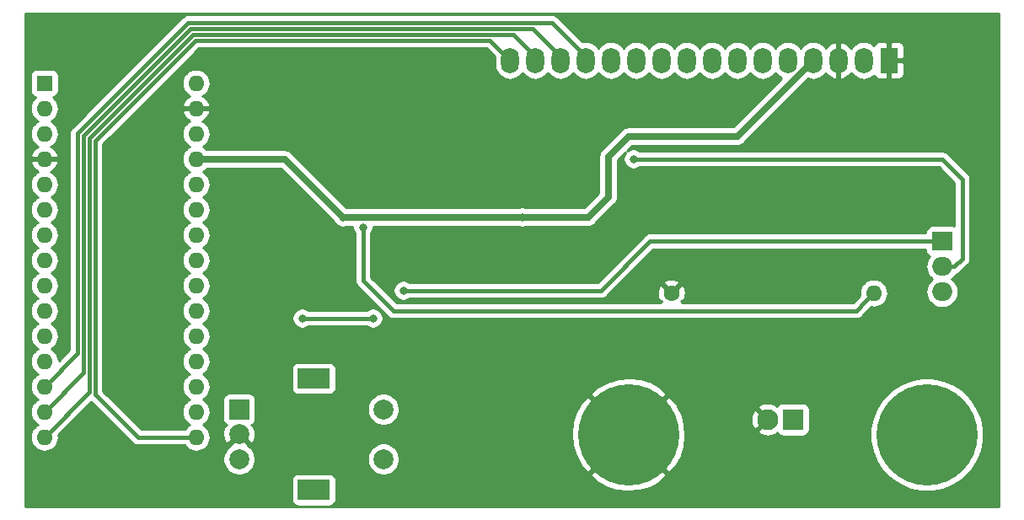
<source format=gbr>
G04 #@! TF.GenerationSoftware,KiCad,Pcbnew,(5.1.2)-1*
G04 #@! TF.CreationDate,2020-03-13T00:19:03-07:00*
G04 #@! TF.ProjectId,progrmmable-load,70726f67-726d-46d6-9162-6c652d6c6f61,rev?*
G04 #@! TF.SameCoordinates,Original*
G04 #@! TF.FileFunction,Copper,L2,Bot*
G04 #@! TF.FilePolarity,Positive*
%FSLAX46Y46*%
G04 Gerber Fmt 4.6, Leading zero omitted, Abs format (unit mm)*
G04 Created by KiCad (PCBNEW (5.1.2)-1) date 2020-03-13 00:19:03*
%MOMM*%
%LPD*%
G04 APERTURE LIST*
%ADD10O,1.800000X2.600000*%
%ADD11R,1.800000X2.600000*%
%ADD12R,2.000000X2.000000*%
%ADD13C,2.000000*%
%ADD14R,3.200000X2.000000*%
%ADD15O,1.600000X1.600000*%
%ADD16R,1.600000X1.600000*%
%ADD17C,1.600000*%
%ADD18C,10.160000*%
%ADD19C,2.100000*%
%ADD20R,2.100000X2.100000*%
%ADD21O,2.000000X1.905000*%
%ADD22R,2.000000X1.905000*%
%ADD23C,0.800000*%
%ADD24C,0.381000*%
%ADD25C,0.635000*%
%ADD26C,0.254000*%
G04 APERTURE END LIST*
D10*
X138176000Y-101219000D03*
X140716000Y-101219000D03*
X143256000Y-101219000D03*
X145796000Y-101219000D03*
X148336000Y-101219000D03*
X150876000Y-101219000D03*
X153416000Y-101219000D03*
X155956000Y-101219000D03*
X158496000Y-101219000D03*
X161036000Y-101219000D03*
X163576000Y-101219000D03*
X166116000Y-101219000D03*
X168656000Y-101219000D03*
X171196000Y-101219000D03*
X173736000Y-101219000D03*
D11*
X176276000Y-101219000D03*
D12*
X110998000Y-136271000D03*
D13*
X110998000Y-138771000D03*
X110998000Y-141271000D03*
D14*
X118498000Y-133171000D03*
X118498000Y-144371000D03*
D13*
X125498000Y-136271000D03*
X125498000Y-141271000D03*
D15*
X106680000Y-139065000D03*
X91440000Y-139065000D03*
X106680000Y-103505000D03*
X91440000Y-136525000D03*
X106680000Y-106045000D03*
X91440000Y-133985000D03*
X106680000Y-108585000D03*
X91440000Y-131445000D03*
X106680000Y-111125000D03*
X91440000Y-128905000D03*
X106680000Y-113665000D03*
X91440000Y-126365000D03*
X106680000Y-116205000D03*
X91440000Y-123825000D03*
X106680000Y-118745000D03*
X91440000Y-121285000D03*
X106680000Y-121285000D03*
X91440000Y-118745000D03*
X106680000Y-123825000D03*
X91440000Y-116205000D03*
X106680000Y-126365000D03*
X91440000Y-113665000D03*
X106680000Y-128905000D03*
X91440000Y-111125000D03*
X106680000Y-131445000D03*
X91440000Y-108585000D03*
X106680000Y-133985000D03*
X91440000Y-106045000D03*
X106680000Y-136525000D03*
D16*
X91440000Y-103505000D03*
D15*
X174752000Y-124587000D03*
D17*
X154432000Y-124587000D03*
D18*
X150116000Y-138811000D03*
X180086000Y-138811000D03*
D19*
X164084000Y-137287000D03*
D20*
X166624000Y-137287000D03*
D21*
X181610000Y-124460000D03*
X181610000Y-121920000D03*
D22*
X181610000Y-119380000D03*
D23*
X125476000Y-119507000D03*
X125476000Y-121285000D03*
X125476000Y-123063000D03*
X139446000Y-116967000D03*
X121412000Y-116967000D03*
X124460000Y-127127000D03*
X117348000Y-127127000D03*
X123444000Y-117983000D03*
X150622000Y-111125000D03*
X127508000Y-124333000D03*
D24*
X136144000Y-99187000D02*
X138176000Y-101219000D01*
X106605016Y-99187000D02*
X136144000Y-99187000D01*
X96520000Y-109272016D02*
X106605016Y-99187000D01*
X106680000Y-139065000D02*
X100838000Y-139065000D01*
X100838000Y-139065000D02*
X96520000Y-134747000D01*
X96520000Y-134747000D02*
X96520000Y-109272016D01*
X138502989Y-98605989D02*
X140716000Y-100819000D01*
X106364354Y-98605989D02*
X138502989Y-98605989D01*
X95938989Y-134566011D02*
X95938989Y-109031354D01*
X140716000Y-100819000D02*
X140716000Y-101219000D01*
X95938989Y-109031354D02*
X106364354Y-98605989D01*
X91440000Y-139065000D02*
X95938989Y-134566011D01*
X95357978Y-132607022D02*
X95357978Y-108790692D01*
X106123692Y-98024978D02*
X140461978Y-98024978D01*
X95357978Y-108790692D02*
X106123692Y-98024978D01*
X91440000Y-136525000D02*
X95357978Y-132607022D01*
X143256000Y-100819000D02*
X143256000Y-101219000D01*
X140461978Y-98024978D02*
X143256000Y-100819000D01*
X91440000Y-133985000D02*
X94776967Y-130648033D01*
X94776967Y-108550030D02*
X105883030Y-97443967D01*
X145796000Y-100819000D02*
X145796000Y-101219000D01*
X142420967Y-97443967D02*
X145796000Y-100819000D01*
X105883030Y-97443967D02*
X142420967Y-97443967D01*
X94776967Y-130648033D02*
X94776967Y-108550030D01*
D25*
X161036000Y-108839000D02*
X168656000Y-101219000D01*
X150114000Y-108839000D02*
X161036000Y-108839000D01*
X148082000Y-110871000D02*
X150114000Y-108839000D01*
X148082000Y-114935000D02*
X148082000Y-110871000D01*
X139446000Y-116967000D02*
X146050000Y-116967000D01*
X146050000Y-116967000D02*
X148082000Y-114935000D01*
X139446000Y-116967000D02*
X121412000Y-116967000D01*
X115570000Y-111125000D02*
X106680000Y-111125000D01*
X121412000Y-116967000D02*
X115570000Y-111125000D01*
D24*
X117348000Y-127127000D02*
X124460000Y-127127000D01*
X173952001Y-125386999D02*
X174752000Y-124587000D01*
X172974000Y-126365000D02*
X173952001Y-125386999D01*
X126492000Y-126365000D02*
X172974000Y-126365000D01*
X123444000Y-117983000D02*
X123444000Y-123317000D01*
X123444000Y-123317000D02*
X126492000Y-126365000D01*
X150622000Y-111125000D02*
X150622000Y-111125000D01*
X181610000Y-111125000D02*
X150622000Y-111125000D01*
X183642000Y-113157000D02*
X181610000Y-111125000D01*
X183642000Y-121118250D02*
X183642000Y-113157000D01*
X181610000Y-121920000D02*
X182840250Y-121920000D01*
X182840250Y-121920000D02*
X183642000Y-121118250D01*
X127508000Y-124333000D02*
X147320000Y-124333000D01*
X152273000Y-119380000D02*
X181610000Y-119380000D01*
X147320000Y-124333000D02*
X152273000Y-119380000D01*
D26*
G36*
X187300000Y-146025000D02*
G01*
X89560000Y-146025000D01*
X89560000Y-143371000D01*
X116259928Y-143371000D01*
X116259928Y-145371000D01*
X116272188Y-145495482D01*
X116308498Y-145615180D01*
X116367463Y-145725494D01*
X116446815Y-145822185D01*
X116543506Y-145901537D01*
X116653820Y-145960502D01*
X116773518Y-145996812D01*
X116898000Y-146009072D01*
X120098000Y-146009072D01*
X120222482Y-145996812D01*
X120342180Y-145960502D01*
X120452494Y-145901537D01*
X120549185Y-145822185D01*
X120628537Y-145725494D01*
X120687502Y-145615180D01*
X120723812Y-145495482D01*
X120736072Y-145371000D01*
X120736072Y-143371000D01*
X120723812Y-143246518D01*
X120687502Y-143126820D01*
X120628537Y-143016506D01*
X120549185Y-142919815D01*
X120452494Y-142840463D01*
X120342180Y-142781498D01*
X120222482Y-142745188D01*
X120098000Y-142732928D01*
X116898000Y-142732928D01*
X116773518Y-142745188D01*
X116653820Y-142781498D01*
X116543506Y-142840463D01*
X116446815Y-142919815D01*
X116367463Y-143016506D01*
X116308498Y-143126820D01*
X116272188Y-143246518D01*
X116259928Y-143371000D01*
X89560000Y-143371000D01*
X89560000Y-141109967D01*
X109363000Y-141109967D01*
X109363000Y-141432033D01*
X109425832Y-141747912D01*
X109549082Y-142045463D01*
X109728013Y-142313252D01*
X109955748Y-142540987D01*
X110223537Y-142719918D01*
X110521088Y-142843168D01*
X110836967Y-142906000D01*
X111159033Y-142906000D01*
X111474912Y-142843168D01*
X111772463Y-142719918D01*
X112040252Y-142540987D01*
X112267987Y-142313252D01*
X112446918Y-142045463D01*
X112570168Y-141747912D01*
X112633000Y-141432033D01*
X112633000Y-141109967D01*
X123863000Y-141109967D01*
X123863000Y-141432033D01*
X123925832Y-141747912D01*
X124049082Y-142045463D01*
X124228013Y-142313252D01*
X124455748Y-142540987D01*
X124723537Y-142719918D01*
X125021088Y-142843168D01*
X125336967Y-142906000D01*
X125659033Y-142906000D01*
X125949634Y-142848196D01*
X146258409Y-142848196D01*
X146844124Y-143530416D01*
X147827704Y-144078045D01*
X148899223Y-144423265D01*
X150017501Y-144552808D01*
X151139565Y-144461697D01*
X152222294Y-144153433D01*
X153224079Y-143639863D01*
X153387876Y-143530416D01*
X153973591Y-142848196D01*
X150116000Y-138990605D01*
X146258409Y-142848196D01*
X125949634Y-142848196D01*
X125974912Y-142843168D01*
X126272463Y-142719918D01*
X126540252Y-142540987D01*
X126767987Y-142313252D01*
X126946918Y-142045463D01*
X127070168Y-141747912D01*
X127133000Y-141432033D01*
X127133000Y-141109967D01*
X127070168Y-140794088D01*
X126946918Y-140496537D01*
X126767987Y-140228748D01*
X126540252Y-140001013D01*
X126272463Y-139822082D01*
X125974912Y-139698832D01*
X125659033Y-139636000D01*
X125336967Y-139636000D01*
X125021088Y-139698832D01*
X124723537Y-139822082D01*
X124455748Y-140001013D01*
X124228013Y-140228748D01*
X124049082Y-140496537D01*
X123925832Y-140794088D01*
X123863000Y-141109967D01*
X112633000Y-141109967D01*
X112570168Y-140794088D01*
X112446918Y-140496537D01*
X112267987Y-140228748D01*
X112040252Y-140001013D01*
X111943065Y-139936075D01*
X111953808Y-139906413D01*
X110998000Y-138950605D01*
X110042192Y-139906413D01*
X110052935Y-139936075D01*
X109955748Y-140001013D01*
X109728013Y-140228748D01*
X109549082Y-140496537D01*
X109425832Y-140794088D01*
X109363000Y-141109967D01*
X89560000Y-141109967D01*
X89560000Y-113665000D01*
X89998057Y-113665000D01*
X90025764Y-113946309D01*
X90107818Y-114216808D01*
X90241068Y-114466101D01*
X90420392Y-114684608D01*
X90638899Y-114863932D01*
X90771858Y-114935000D01*
X90638899Y-115006068D01*
X90420392Y-115185392D01*
X90241068Y-115403899D01*
X90107818Y-115653192D01*
X90025764Y-115923691D01*
X89998057Y-116205000D01*
X90025764Y-116486309D01*
X90107818Y-116756808D01*
X90241068Y-117006101D01*
X90420392Y-117224608D01*
X90638899Y-117403932D01*
X90771858Y-117475000D01*
X90638899Y-117546068D01*
X90420392Y-117725392D01*
X90241068Y-117943899D01*
X90107818Y-118193192D01*
X90025764Y-118463691D01*
X89998057Y-118745000D01*
X90025764Y-119026309D01*
X90107818Y-119296808D01*
X90241068Y-119546101D01*
X90420392Y-119764608D01*
X90638899Y-119943932D01*
X90771858Y-120015000D01*
X90638899Y-120086068D01*
X90420392Y-120265392D01*
X90241068Y-120483899D01*
X90107818Y-120733192D01*
X90025764Y-121003691D01*
X89998057Y-121285000D01*
X90025764Y-121566309D01*
X90107818Y-121836808D01*
X90241068Y-122086101D01*
X90420392Y-122304608D01*
X90638899Y-122483932D01*
X90771858Y-122555000D01*
X90638899Y-122626068D01*
X90420392Y-122805392D01*
X90241068Y-123023899D01*
X90107818Y-123273192D01*
X90025764Y-123543691D01*
X89998057Y-123825000D01*
X90025764Y-124106309D01*
X90107818Y-124376808D01*
X90241068Y-124626101D01*
X90420392Y-124844608D01*
X90638899Y-125023932D01*
X90771858Y-125095000D01*
X90638899Y-125166068D01*
X90420392Y-125345392D01*
X90241068Y-125563899D01*
X90107818Y-125813192D01*
X90025764Y-126083691D01*
X89998057Y-126365000D01*
X90025764Y-126646309D01*
X90107818Y-126916808D01*
X90241068Y-127166101D01*
X90420392Y-127384608D01*
X90638899Y-127563932D01*
X90771858Y-127635000D01*
X90638899Y-127706068D01*
X90420392Y-127885392D01*
X90241068Y-128103899D01*
X90107818Y-128353192D01*
X90025764Y-128623691D01*
X89998057Y-128905000D01*
X90025764Y-129186309D01*
X90107818Y-129456808D01*
X90241068Y-129706101D01*
X90420392Y-129924608D01*
X90638899Y-130103932D01*
X90771858Y-130175000D01*
X90638899Y-130246068D01*
X90420392Y-130425392D01*
X90241068Y-130643899D01*
X90107818Y-130893192D01*
X90025764Y-131163691D01*
X89998057Y-131445000D01*
X90025764Y-131726309D01*
X90107818Y-131996808D01*
X90241068Y-132246101D01*
X90420392Y-132464608D01*
X90638899Y-132643932D01*
X90771858Y-132715000D01*
X90638899Y-132786068D01*
X90420392Y-132965392D01*
X90241068Y-133183899D01*
X90107818Y-133433192D01*
X90025764Y-133703691D01*
X89998057Y-133985000D01*
X90025764Y-134266309D01*
X90107818Y-134536808D01*
X90241068Y-134786101D01*
X90420392Y-135004608D01*
X90638899Y-135183932D01*
X90771858Y-135255000D01*
X90638899Y-135326068D01*
X90420392Y-135505392D01*
X90241068Y-135723899D01*
X90107818Y-135973192D01*
X90025764Y-136243691D01*
X89998057Y-136525000D01*
X90025764Y-136806309D01*
X90107818Y-137076808D01*
X90241068Y-137326101D01*
X90420392Y-137544608D01*
X90638899Y-137723932D01*
X90771858Y-137795000D01*
X90638899Y-137866068D01*
X90420392Y-138045392D01*
X90241068Y-138263899D01*
X90107818Y-138513192D01*
X90025764Y-138783691D01*
X89998057Y-139065000D01*
X90025764Y-139346309D01*
X90107818Y-139616808D01*
X90241068Y-139866101D01*
X90420392Y-140084608D01*
X90638899Y-140263932D01*
X90888192Y-140397182D01*
X91158691Y-140479236D01*
X91369508Y-140500000D01*
X91510492Y-140500000D01*
X91721309Y-140479236D01*
X91991808Y-140397182D01*
X92241101Y-140263932D01*
X92459608Y-140084608D01*
X92638932Y-139866101D01*
X92772182Y-139616808D01*
X92854236Y-139346309D01*
X92881943Y-139065000D01*
X92857330Y-138815102D01*
X96139000Y-135533432D01*
X100225607Y-139620040D01*
X100251459Y-139651541D01*
X100309084Y-139698832D01*
X100377157Y-139754699D01*
X100503221Y-139822082D01*
X100520566Y-139831353D01*
X100676174Y-139878556D01*
X100797447Y-139890500D01*
X100797449Y-139890500D01*
X100837999Y-139894494D01*
X100878550Y-139890500D01*
X105501092Y-139890500D01*
X105660392Y-140084608D01*
X105878899Y-140263932D01*
X106128192Y-140397182D01*
X106398691Y-140479236D01*
X106609508Y-140500000D01*
X106750492Y-140500000D01*
X106961309Y-140479236D01*
X107231808Y-140397182D01*
X107481101Y-140263932D01*
X107699608Y-140084608D01*
X107878932Y-139866101D01*
X108012182Y-139616808D01*
X108094236Y-139346309D01*
X108121943Y-139065000D01*
X108099152Y-138833595D01*
X109356282Y-138833595D01*
X109400039Y-139152675D01*
X109505205Y-139457088D01*
X109598186Y-139631044D01*
X109862587Y-139726808D01*
X110818395Y-138771000D01*
X110804253Y-138756858D01*
X110983858Y-138577253D01*
X110998000Y-138591395D01*
X111012143Y-138577253D01*
X111191748Y-138756858D01*
X111177605Y-138771000D01*
X112133413Y-139726808D01*
X112397814Y-139631044D01*
X112538704Y-139341429D01*
X112620384Y-139029892D01*
X112639471Y-138712501D01*
X144374192Y-138712501D01*
X144465303Y-139834565D01*
X144773567Y-140917294D01*
X145287137Y-141919079D01*
X145396584Y-142082876D01*
X146078804Y-142668591D01*
X149936395Y-138811000D01*
X150295605Y-138811000D01*
X154153196Y-142668591D01*
X154835416Y-142082876D01*
X155383045Y-141099296D01*
X155728265Y-140027777D01*
X155857808Y-138909499D01*
X155766697Y-137787435D01*
X155641477Y-137347617D01*
X162391934Y-137347617D01*
X162436272Y-137676557D01*
X162543931Y-137990527D01*
X162643421Y-138176661D01*
X162912934Y-138278461D01*
X163904395Y-137287000D01*
X162912934Y-136295539D01*
X162643421Y-136397339D01*
X162497537Y-136695477D01*
X162412620Y-137016346D01*
X162391934Y-137347617D01*
X155641477Y-137347617D01*
X155458433Y-136704706D01*
X155156597Y-136115934D01*
X163092539Y-136115934D01*
X164084000Y-137107395D01*
X164098143Y-137093253D01*
X164277748Y-137272858D01*
X164263605Y-137287000D01*
X164277748Y-137301143D01*
X164098143Y-137480748D01*
X164084000Y-137466605D01*
X163092539Y-138458066D01*
X163194339Y-138727579D01*
X163492477Y-138873463D01*
X163813346Y-138958380D01*
X164144617Y-138979066D01*
X164473557Y-138934728D01*
X164787527Y-138827069D01*
X164973661Y-138727579D01*
X165010549Y-138629918D01*
X165043463Y-138691494D01*
X165122815Y-138788185D01*
X165219506Y-138867537D01*
X165329820Y-138926502D01*
X165449518Y-138962812D01*
X165574000Y-138975072D01*
X167674000Y-138975072D01*
X167798482Y-138962812D01*
X167918180Y-138926502D01*
X168028494Y-138867537D01*
X168125185Y-138788185D01*
X168204537Y-138691494D01*
X168263502Y-138581180D01*
X168299812Y-138461482D01*
X168312072Y-138337000D01*
X168312072Y-138248122D01*
X174371000Y-138248122D01*
X174371000Y-139373878D01*
X174590625Y-140478004D01*
X175021433Y-141518067D01*
X175646870Y-142454100D01*
X176442900Y-143250130D01*
X177378933Y-143875567D01*
X178418996Y-144306375D01*
X179523122Y-144526000D01*
X180648878Y-144526000D01*
X181753004Y-144306375D01*
X182793067Y-143875567D01*
X183729100Y-143250130D01*
X184525130Y-142454100D01*
X185150567Y-141518067D01*
X185581375Y-140478004D01*
X185801000Y-139373878D01*
X185801000Y-138248122D01*
X185581375Y-137143996D01*
X185150567Y-136103933D01*
X184525130Y-135167900D01*
X183729100Y-134371870D01*
X182793067Y-133746433D01*
X181753004Y-133315625D01*
X180648878Y-133096000D01*
X179523122Y-133096000D01*
X178418996Y-133315625D01*
X177378933Y-133746433D01*
X176442900Y-134371870D01*
X175646870Y-135167900D01*
X175021433Y-136103933D01*
X174590625Y-137143996D01*
X174371000Y-138248122D01*
X168312072Y-138248122D01*
X168312072Y-136237000D01*
X168299812Y-136112518D01*
X168263502Y-135992820D01*
X168204537Y-135882506D01*
X168125185Y-135785815D01*
X168028494Y-135706463D01*
X167918180Y-135647498D01*
X167798482Y-135611188D01*
X167674000Y-135598928D01*
X165574000Y-135598928D01*
X165449518Y-135611188D01*
X165329820Y-135647498D01*
X165219506Y-135706463D01*
X165122815Y-135785815D01*
X165043463Y-135882506D01*
X165010549Y-135944082D01*
X164973661Y-135846421D01*
X164675523Y-135700537D01*
X164354654Y-135615620D01*
X164023383Y-135594934D01*
X163694443Y-135639272D01*
X163380473Y-135746931D01*
X163194339Y-135846421D01*
X163092539Y-136115934D01*
X155156597Y-136115934D01*
X154944863Y-135702921D01*
X154835416Y-135539124D01*
X154153196Y-134953409D01*
X150295605Y-138811000D01*
X149936395Y-138811000D01*
X146078804Y-134953409D01*
X145396584Y-135539124D01*
X144848955Y-136522704D01*
X144503735Y-137594223D01*
X144374192Y-138712501D01*
X112639471Y-138712501D01*
X112639718Y-138708405D01*
X112595961Y-138389325D01*
X112490795Y-138084912D01*
X112397814Y-137910956D01*
X112248777Y-137856976D01*
X112352494Y-137801537D01*
X112449185Y-137722185D01*
X112528537Y-137625494D01*
X112587502Y-137515180D01*
X112623812Y-137395482D01*
X112636072Y-137271000D01*
X112636072Y-136109967D01*
X123863000Y-136109967D01*
X123863000Y-136432033D01*
X123925832Y-136747912D01*
X124049082Y-137045463D01*
X124228013Y-137313252D01*
X124455748Y-137540987D01*
X124723537Y-137719918D01*
X125021088Y-137843168D01*
X125336967Y-137906000D01*
X125659033Y-137906000D01*
X125974912Y-137843168D01*
X126272463Y-137719918D01*
X126540252Y-137540987D01*
X126767987Y-137313252D01*
X126946918Y-137045463D01*
X127070168Y-136747912D01*
X127133000Y-136432033D01*
X127133000Y-136109967D01*
X127070168Y-135794088D01*
X126946918Y-135496537D01*
X126767987Y-135228748D01*
X126540252Y-135001013D01*
X126272463Y-134822082D01*
X126155910Y-134773804D01*
X146258409Y-134773804D01*
X150116000Y-138631395D01*
X153973591Y-134773804D01*
X153387876Y-134091584D01*
X152404296Y-133543955D01*
X151332777Y-133198735D01*
X150214499Y-133069192D01*
X149092435Y-133160303D01*
X148009706Y-133468567D01*
X147007921Y-133982137D01*
X146844124Y-134091584D01*
X146258409Y-134773804D01*
X126155910Y-134773804D01*
X125974912Y-134698832D01*
X125659033Y-134636000D01*
X125336967Y-134636000D01*
X125021088Y-134698832D01*
X124723537Y-134822082D01*
X124455748Y-135001013D01*
X124228013Y-135228748D01*
X124049082Y-135496537D01*
X123925832Y-135794088D01*
X123863000Y-136109967D01*
X112636072Y-136109967D01*
X112636072Y-135271000D01*
X112623812Y-135146518D01*
X112587502Y-135026820D01*
X112528537Y-134916506D01*
X112449185Y-134819815D01*
X112352494Y-134740463D01*
X112242180Y-134681498D01*
X112122482Y-134645188D01*
X111998000Y-134632928D01*
X109998000Y-134632928D01*
X109873518Y-134645188D01*
X109753820Y-134681498D01*
X109643506Y-134740463D01*
X109546815Y-134819815D01*
X109467463Y-134916506D01*
X109408498Y-135026820D01*
X109372188Y-135146518D01*
X109359928Y-135271000D01*
X109359928Y-137271000D01*
X109372188Y-137395482D01*
X109408498Y-137515180D01*
X109467463Y-137625494D01*
X109546815Y-137722185D01*
X109643506Y-137801537D01*
X109747223Y-137856976D01*
X109598186Y-137910956D01*
X109457296Y-138200571D01*
X109375616Y-138512108D01*
X109356282Y-138833595D01*
X108099152Y-138833595D01*
X108094236Y-138783691D01*
X108012182Y-138513192D01*
X107878932Y-138263899D01*
X107699608Y-138045392D01*
X107481101Y-137866068D01*
X107348142Y-137795000D01*
X107481101Y-137723932D01*
X107699608Y-137544608D01*
X107878932Y-137326101D01*
X108012182Y-137076808D01*
X108094236Y-136806309D01*
X108121943Y-136525000D01*
X108094236Y-136243691D01*
X108012182Y-135973192D01*
X107878932Y-135723899D01*
X107699608Y-135505392D01*
X107481101Y-135326068D01*
X107348142Y-135255000D01*
X107481101Y-135183932D01*
X107699608Y-135004608D01*
X107878932Y-134786101D01*
X108012182Y-134536808D01*
X108094236Y-134266309D01*
X108121943Y-133985000D01*
X108094236Y-133703691D01*
X108012182Y-133433192D01*
X107878932Y-133183899D01*
X107699608Y-132965392D01*
X107481101Y-132786068D01*
X107348142Y-132715000D01*
X107481101Y-132643932D01*
X107699608Y-132464608D01*
X107878932Y-132246101D01*
X107919074Y-132171000D01*
X116259928Y-132171000D01*
X116259928Y-134171000D01*
X116272188Y-134295482D01*
X116308498Y-134415180D01*
X116367463Y-134525494D01*
X116446815Y-134622185D01*
X116543506Y-134701537D01*
X116653820Y-134760502D01*
X116773518Y-134796812D01*
X116898000Y-134809072D01*
X120098000Y-134809072D01*
X120222482Y-134796812D01*
X120342180Y-134760502D01*
X120452494Y-134701537D01*
X120549185Y-134622185D01*
X120628537Y-134525494D01*
X120687502Y-134415180D01*
X120723812Y-134295482D01*
X120736072Y-134171000D01*
X120736072Y-132171000D01*
X120723812Y-132046518D01*
X120687502Y-131926820D01*
X120628537Y-131816506D01*
X120549185Y-131719815D01*
X120452494Y-131640463D01*
X120342180Y-131581498D01*
X120222482Y-131545188D01*
X120098000Y-131532928D01*
X116898000Y-131532928D01*
X116773518Y-131545188D01*
X116653820Y-131581498D01*
X116543506Y-131640463D01*
X116446815Y-131719815D01*
X116367463Y-131816506D01*
X116308498Y-131926820D01*
X116272188Y-132046518D01*
X116259928Y-132171000D01*
X107919074Y-132171000D01*
X108012182Y-131996808D01*
X108094236Y-131726309D01*
X108121943Y-131445000D01*
X108094236Y-131163691D01*
X108012182Y-130893192D01*
X107878932Y-130643899D01*
X107699608Y-130425392D01*
X107481101Y-130246068D01*
X107348142Y-130175000D01*
X107481101Y-130103932D01*
X107699608Y-129924608D01*
X107878932Y-129706101D01*
X108012182Y-129456808D01*
X108094236Y-129186309D01*
X108121943Y-128905000D01*
X108094236Y-128623691D01*
X108012182Y-128353192D01*
X107878932Y-128103899D01*
X107699608Y-127885392D01*
X107481101Y-127706068D01*
X107348142Y-127635000D01*
X107481101Y-127563932D01*
X107699608Y-127384608D01*
X107878932Y-127166101D01*
X107954319Y-127025061D01*
X116313000Y-127025061D01*
X116313000Y-127228939D01*
X116352774Y-127428898D01*
X116430795Y-127617256D01*
X116544063Y-127786774D01*
X116688226Y-127930937D01*
X116857744Y-128044205D01*
X117046102Y-128122226D01*
X117246061Y-128162000D01*
X117449939Y-128162000D01*
X117649898Y-128122226D01*
X117838256Y-128044205D01*
X117975503Y-127952500D01*
X123832497Y-127952500D01*
X123969744Y-128044205D01*
X124158102Y-128122226D01*
X124358061Y-128162000D01*
X124561939Y-128162000D01*
X124761898Y-128122226D01*
X124950256Y-128044205D01*
X125119774Y-127930937D01*
X125263937Y-127786774D01*
X125377205Y-127617256D01*
X125455226Y-127428898D01*
X125495000Y-127228939D01*
X125495000Y-127025061D01*
X125455226Y-126825102D01*
X125377205Y-126636744D01*
X125263937Y-126467226D01*
X125119774Y-126323063D01*
X124950256Y-126209795D01*
X124761898Y-126131774D01*
X124561939Y-126092000D01*
X124358061Y-126092000D01*
X124158102Y-126131774D01*
X123969744Y-126209795D01*
X123832497Y-126301500D01*
X117975503Y-126301500D01*
X117838256Y-126209795D01*
X117649898Y-126131774D01*
X117449939Y-126092000D01*
X117246061Y-126092000D01*
X117046102Y-126131774D01*
X116857744Y-126209795D01*
X116688226Y-126323063D01*
X116544063Y-126467226D01*
X116430795Y-126636744D01*
X116352774Y-126825102D01*
X116313000Y-127025061D01*
X107954319Y-127025061D01*
X108012182Y-126916808D01*
X108094236Y-126646309D01*
X108121943Y-126365000D01*
X108094236Y-126083691D01*
X108012182Y-125813192D01*
X107878932Y-125563899D01*
X107699608Y-125345392D01*
X107481101Y-125166068D01*
X107348142Y-125095000D01*
X107481101Y-125023932D01*
X107699608Y-124844608D01*
X107878932Y-124626101D01*
X108012182Y-124376808D01*
X108094236Y-124106309D01*
X108121943Y-123825000D01*
X108094236Y-123543691D01*
X108012182Y-123273192D01*
X107878932Y-123023899D01*
X107699608Y-122805392D01*
X107481101Y-122626068D01*
X107348142Y-122555000D01*
X107481101Y-122483932D01*
X107699608Y-122304608D01*
X107878932Y-122086101D01*
X108012182Y-121836808D01*
X108094236Y-121566309D01*
X108121943Y-121285000D01*
X108094236Y-121003691D01*
X108012182Y-120733192D01*
X107878932Y-120483899D01*
X107699608Y-120265392D01*
X107481101Y-120086068D01*
X107348142Y-120015000D01*
X107481101Y-119943932D01*
X107699608Y-119764608D01*
X107878932Y-119546101D01*
X108012182Y-119296808D01*
X108094236Y-119026309D01*
X108121943Y-118745000D01*
X108094236Y-118463691D01*
X108012182Y-118193192D01*
X107878932Y-117943899D01*
X107699608Y-117725392D01*
X107481101Y-117546068D01*
X107348142Y-117475000D01*
X107481101Y-117403932D01*
X107699608Y-117224608D01*
X107878932Y-117006101D01*
X108012182Y-116756808D01*
X108094236Y-116486309D01*
X108121943Y-116205000D01*
X108094236Y-115923691D01*
X108012182Y-115653192D01*
X107878932Y-115403899D01*
X107699608Y-115185392D01*
X107481101Y-115006068D01*
X107348142Y-114935000D01*
X107481101Y-114863932D01*
X107699608Y-114684608D01*
X107878932Y-114466101D01*
X108012182Y-114216808D01*
X108094236Y-113946309D01*
X108121943Y-113665000D01*
X108094236Y-113383691D01*
X108012182Y-113113192D01*
X107878932Y-112863899D01*
X107699608Y-112645392D01*
X107481101Y-112466068D01*
X107348142Y-112395000D01*
X107481101Y-112323932D01*
X107699608Y-112144608D01*
X107754682Y-112077500D01*
X115175462Y-112077500D01*
X120452069Y-117354107D01*
X120494795Y-117457256D01*
X120608063Y-117626774D01*
X120752226Y-117770937D01*
X120921744Y-117884205D01*
X121110102Y-117962226D01*
X121310061Y-118002000D01*
X121513939Y-118002000D01*
X121713898Y-117962226D01*
X121817047Y-117919500D01*
X122409000Y-117919500D01*
X122409000Y-118084939D01*
X122448774Y-118284898D01*
X122526795Y-118473256D01*
X122618500Y-118610503D01*
X122618501Y-123276440D01*
X122614506Y-123317000D01*
X122630445Y-123478826D01*
X122677647Y-123634433D01*
X122754301Y-123777842D01*
X122793003Y-123825000D01*
X122857460Y-123903541D01*
X122888961Y-123929393D01*
X125879606Y-126920039D01*
X125905459Y-126951541D01*
X125969596Y-127004177D01*
X126031157Y-127054699D01*
X126166422Y-127127000D01*
X126174566Y-127131353D01*
X126330174Y-127178556D01*
X126451447Y-127190500D01*
X126451449Y-127190500D01*
X126492000Y-127194494D01*
X126532550Y-127190500D01*
X172933450Y-127190500D01*
X172974000Y-127194494D01*
X173014550Y-127190500D01*
X173014553Y-127190500D01*
X173135826Y-127178556D01*
X173291434Y-127131353D01*
X173434842Y-127054699D01*
X173560541Y-126951541D01*
X173586398Y-126920034D01*
X174502103Y-126004330D01*
X174681508Y-126022000D01*
X174822492Y-126022000D01*
X175033309Y-126001236D01*
X175303808Y-125919182D01*
X175553101Y-125785932D01*
X175771608Y-125606608D01*
X175950932Y-125388101D01*
X176084182Y-125138808D01*
X176166236Y-124868309D01*
X176193943Y-124587000D01*
X176166236Y-124305691D01*
X176084182Y-124035192D01*
X175950932Y-123785899D01*
X175771608Y-123567392D01*
X175553101Y-123388068D01*
X175303808Y-123254818D01*
X175033309Y-123172764D01*
X174822492Y-123152000D01*
X174681508Y-123152000D01*
X174470691Y-123172764D01*
X174200192Y-123254818D01*
X173950899Y-123388068D01*
X173732392Y-123567392D01*
X173553068Y-123785899D01*
X173419818Y-124035192D01*
X173337764Y-124305691D01*
X173310057Y-124587000D01*
X173334670Y-124836897D01*
X172632068Y-125539500D01*
X155517847Y-125539500D01*
X155540977Y-125516370D01*
X155424704Y-125400097D01*
X155668671Y-125328514D01*
X155789571Y-125073004D01*
X155858300Y-124798816D01*
X155872217Y-124516488D01*
X155830787Y-124236870D01*
X155735603Y-123970708D01*
X155668671Y-123845486D01*
X155424702Y-123773903D01*
X154611605Y-124587000D01*
X154625748Y-124601143D01*
X154446143Y-124780748D01*
X154432000Y-124766605D01*
X154417858Y-124780748D01*
X154238253Y-124601143D01*
X154252395Y-124587000D01*
X153439298Y-123773903D01*
X153195329Y-123845486D01*
X153074429Y-124100996D01*
X153005700Y-124375184D01*
X152991783Y-124657512D01*
X153033213Y-124937130D01*
X153128397Y-125203292D01*
X153195329Y-125328514D01*
X153439296Y-125400097D01*
X153323023Y-125516370D01*
X153346153Y-125539500D01*
X126833933Y-125539500D01*
X124269500Y-122975068D01*
X124269500Y-118610503D01*
X124361205Y-118473256D01*
X124439226Y-118284898D01*
X124479000Y-118084939D01*
X124479000Y-117919500D01*
X139040953Y-117919500D01*
X139144102Y-117962226D01*
X139344061Y-118002000D01*
X139547939Y-118002000D01*
X139747898Y-117962226D01*
X139851047Y-117919500D01*
X146003215Y-117919500D01*
X146050000Y-117924108D01*
X146096785Y-117919500D01*
X146236723Y-117905717D01*
X146416269Y-117851252D01*
X146581741Y-117762806D01*
X146726778Y-117643778D01*
X146756607Y-117607431D01*
X148722436Y-115641603D01*
X148758778Y-115611778D01*
X148877806Y-115466741D01*
X148966252Y-115301269D01*
X149020717Y-115121723D01*
X149034500Y-114981785D01*
X149034500Y-114981784D01*
X149039108Y-114935000D01*
X149034500Y-114888215D01*
X149034500Y-111265538D01*
X149784335Y-110515703D01*
X149704795Y-110634744D01*
X149626774Y-110823102D01*
X149587000Y-111023061D01*
X149587000Y-111226939D01*
X149626774Y-111426898D01*
X149704795Y-111615256D01*
X149818063Y-111784774D01*
X149962226Y-111928937D01*
X150131744Y-112042205D01*
X150320102Y-112120226D01*
X150520061Y-112160000D01*
X150723939Y-112160000D01*
X150923898Y-112120226D01*
X151112256Y-112042205D01*
X151249503Y-111950500D01*
X181268068Y-111950500D01*
X182816501Y-113498934D01*
X182816500Y-117826568D01*
X182734482Y-117801688D01*
X182610000Y-117789428D01*
X180610000Y-117789428D01*
X180485518Y-117801688D01*
X180365820Y-117837998D01*
X180255506Y-117896963D01*
X180158815Y-117976315D01*
X180079463Y-118073006D01*
X180020498Y-118183320D01*
X179984188Y-118303018D01*
X179971928Y-118427500D01*
X179971928Y-118554500D01*
X152313550Y-118554500D01*
X152273000Y-118550506D01*
X152232449Y-118554500D01*
X152232447Y-118554500D01*
X152111174Y-118566444D01*
X151955566Y-118613647D01*
X151812157Y-118690301D01*
X151717958Y-118767608D01*
X151717955Y-118767611D01*
X151686459Y-118793459D01*
X151660611Y-118824955D01*
X146978068Y-123507500D01*
X128135503Y-123507500D01*
X127998256Y-123415795D01*
X127809898Y-123337774D01*
X127609939Y-123298000D01*
X127406061Y-123298000D01*
X127206102Y-123337774D01*
X127017744Y-123415795D01*
X126848226Y-123529063D01*
X126704063Y-123673226D01*
X126590795Y-123842744D01*
X126512774Y-124031102D01*
X126473000Y-124231061D01*
X126473000Y-124434939D01*
X126512774Y-124634898D01*
X126590795Y-124823256D01*
X126704063Y-124992774D01*
X126848226Y-125136937D01*
X127017744Y-125250205D01*
X127206102Y-125328226D01*
X127406061Y-125368000D01*
X127609939Y-125368000D01*
X127809898Y-125328226D01*
X127998256Y-125250205D01*
X128135503Y-125158500D01*
X147279450Y-125158500D01*
X147320000Y-125162494D01*
X147360550Y-125158500D01*
X147360553Y-125158500D01*
X147481826Y-125146556D01*
X147637434Y-125099353D01*
X147780842Y-125022699D01*
X147906541Y-124919541D01*
X147932398Y-124888034D01*
X149226134Y-123594298D01*
X153618903Y-123594298D01*
X154432000Y-124407395D01*
X155245097Y-123594298D01*
X155173514Y-123350329D01*
X154918004Y-123229429D01*
X154643816Y-123160700D01*
X154361488Y-123146783D01*
X154081870Y-123188213D01*
X153815708Y-123283397D01*
X153690486Y-123350329D01*
X153618903Y-123594298D01*
X149226134Y-123594298D01*
X152614934Y-120205500D01*
X179971928Y-120205500D01*
X179971928Y-120332500D01*
X179984188Y-120456982D01*
X180020498Y-120576680D01*
X180079463Y-120686994D01*
X180158815Y-120783685D01*
X180255506Y-120863037D01*
X180339446Y-120907905D01*
X180236155Y-121033765D01*
X180088745Y-121309551D01*
X179997970Y-121608796D01*
X179967319Y-121920000D01*
X179997970Y-122231204D01*
X180088745Y-122530449D01*
X180236155Y-122806235D01*
X180434537Y-123047963D01*
X180607609Y-123190000D01*
X180434537Y-123332037D01*
X180236155Y-123573765D01*
X180088745Y-123849551D01*
X179997970Y-124148796D01*
X179967319Y-124460000D01*
X179997970Y-124771204D01*
X180088745Y-125070449D01*
X180236155Y-125346235D01*
X180434537Y-125587963D01*
X180676265Y-125786345D01*
X180952051Y-125933755D01*
X181251296Y-126024530D01*
X181484514Y-126047500D01*
X181735486Y-126047500D01*
X181968704Y-126024530D01*
X182267949Y-125933755D01*
X182543735Y-125786345D01*
X182785463Y-125587963D01*
X182983845Y-125346235D01*
X183131255Y-125070449D01*
X183222030Y-124771204D01*
X183252681Y-124460000D01*
X183222030Y-124148796D01*
X183131255Y-123849551D01*
X182983845Y-123573765D01*
X182785463Y-123332037D01*
X182612391Y-123190000D01*
X182785463Y-123047963D01*
X182983845Y-122806235D01*
X183026682Y-122726092D01*
X183157684Y-122686353D01*
X183301092Y-122609699D01*
X183426791Y-122506541D01*
X183452647Y-122475035D01*
X184197046Y-121730638D01*
X184228541Y-121704791D01*
X184254389Y-121673295D01*
X184254392Y-121673292D01*
X184331699Y-121579093D01*
X184408353Y-121435684D01*
X184429807Y-121364959D01*
X184455556Y-121280076D01*
X184467500Y-121158803D01*
X184467500Y-121158801D01*
X184471494Y-121118250D01*
X184467500Y-121077700D01*
X184467500Y-113197550D01*
X184471494Y-113157000D01*
X184467179Y-113113192D01*
X184455556Y-112995174D01*
X184408353Y-112839566D01*
X184331699Y-112696157D01*
X184254391Y-112601958D01*
X184228541Y-112570459D01*
X184197039Y-112544606D01*
X182222398Y-110569966D01*
X182196541Y-110538459D01*
X182070842Y-110435301D01*
X181927434Y-110358647D01*
X181771826Y-110311444D01*
X181650553Y-110299500D01*
X181650550Y-110299500D01*
X181610000Y-110295506D01*
X181569450Y-110299500D01*
X151249503Y-110299500D01*
X151112256Y-110207795D01*
X150923898Y-110129774D01*
X150723939Y-110090000D01*
X150520061Y-110090000D01*
X150320102Y-110129774D01*
X150131744Y-110207795D01*
X150012704Y-110287335D01*
X150508539Y-109791500D01*
X160989215Y-109791500D01*
X161036000Y-109796108D01*
X161082785Y-109791500D01*
X161222723Y-109777717D01*
X161402269Y-109723252D01*
X161567741Y-109634806D01*
X161712778Y-109515778D01*
X161742607Y-109479431D01*
X168151888Y-103070150D01*
X168355088Y-103131790D01*
X168656000Y-103161427D01*
X168956913Y-103131790D01*
X169246261Y-103044017D01*
X169512927Y-102901481D01*
X169746661Y-102709661D01*
X169930781Y-102485309D01*
X169990252Y-102577396D01*
X170200394Y-102794210D01*
X170448796Y-102965862D01*
X170725913Y-103085755D01*
X170831260Y-103110036D01*
X171069000Y-102989378D01*
X171069000Y-101346000D01*
X171049000Y-101346000D01*
X171049000Y-101092000D01*
X171069000Y-101092000D01*
X171069000Y-99448622D01*
X171323000Y-99448622D01*
X171323000Y-101092000D01*
X171343000Y-101092000D01*
X171343000Y-101346000D01*
X171323000Y-101346000D01*
X171323000Y-102989378D01*
X171560740Y-103110036D01*
X171666087Y-103085755D01*
X171943204Y-102965862D01*
X172191606Y-102794210D01*
X172401748Y-102577396D01*
X172461219Y-102485309D01*
X172645339Y-102709661D01*
X172879074Y-102901481D01*
X173145740Y-103044017D01*
X173435088Y-103131790D01*
X173736000Y-103161427D01*
X174036913Y-103131790D01*
X174326261Y-103044017D01*
X174592927Y-102901481D01*
X174781505Y-102746720D01*
X174786498Y-102763180D01*
X174845463Y-102873494D01*
X174924815Y-102970185D01*
X175021506Y-103049537D01*
X175131820Y-103108502D01*
X175251518Y-103144812D01*
X175376000Y-103157072D01*
X175990250Y-103154000D01*
X176149000Y-102995250D01*
X176149000Y-101346000D01*
X176403000Y-101346000D01*
X176403000Y-102995250D01*
X176561750Y-103154000D01*
X177176000Y-103157072D01*
X177300482Y-103144812D01*
X177420180Y-103108502D01*
X177530494Y-103049537D01*
X177627185Y-102970185D01*
X177706537Y-102873494D01*
X177765502Y-102763180D01*
X177801812Y-102643482D01*
X177814072Y-102519000D01*
X177811000Y-101504750D01*
X177652250Y-101346000D01*
X176403000Y-101346000D01*
X176149000Y-101346000D01*
X176129000Y-101346000D01*
X176129000Y-101092000D01*
X176149000Y-101092000D01*
X176149000Y-99442750D01*
X176403000Y-99442750D01*
X176403000Y-101092000D01*
X177652250Y-101092000D01*
X177811000Y-100933250D01*
X177814072Y-99919000D01*
X177801812Y-99794518D01*
X177765502Y-99674820D01*
X177706537Y-99564506D01*
X177627185Y-99467815D01*
X177530494Y-99388463D01*
X177420180Y-99329498D01*
X177300482Y-99293188D01*
X177176000Y-99280928D01*
X176561750Y-99284000D01*
X176403000Y-99442750D01*
X176149000Y-99442750D01*
X175990250Y-99284000D01*
X175376000Y-99280928D01*
X175251518Y-99293188D01*
X175131820Y-99329498D01*
X175021506Y-99388463D01*
X174924815Y-99467815D01*
X174845463Y-99564506D01*
X174786498Y-99674820D01*
X174781505Y-99691280D01*
X174592926Y-99536519D01*
X174326260Y-99393983D01*
X174036912Y-99306210D01*
X173736000Y-99276573D01*
X173435087Y-99306210D01*
X173145739Y-99393983D01*
X172879073Y-99536519D01*
X172645339Y-99728339D01*
X172461219Y-99952692D01*
X172401748Y-99860604D01*
X172191606Y-99643790D01*
X171943204Y-99472138D01*
X171666087Y-99352245D01*
X171560740Y-99327964D01*
X171323000Y-99448622D01*
X171069000Y-99448622D01*
X170831260Y-99327964D01*
X170725913Y-99352245D01*
X170448796Y-99472138D01*
X170200394Y-99643790D01*
X169990252Y-99860604D01*
X169930781Y-99952691D01*
X169746661Y-99728339D01*
X169512926Y-99536519D01*
X169246260Y-99393983D01*
X168956912Y-99306210D01*
X168656000Y-99276573D01*
X168355087Y-99306210D01*
X168065739Y-99393983D01*
X167799073Y-99536519D01*
X167565339Y-99728339D01*
X167386000Y-99946865D01*
X167206661Y-99728339D01*
X166972926Y-99536519D01*
X166706260Y-99393983D01*
X166416912Y-99306210D01*
X166116000Y-99276573D01*
X165815087Y-99306210D01*
X165525739Y-99393983D01*
X165259073Y-99536519D01*
X165025339Y-99728339D01*
X164846000Y-99946865D01*
X164666661Y-99728339D01*
X164432926Y-99536519D01*
X164166260Y-99393983D01*
X163876912Y-99306210D01*
X163576000Y-99276573D01*
X163275087Y-99306210D01*
X162985739Y-99393983D01*
X162719073Y-99536519D01*
X162485339Y-99728339D01*
X162306000Y-99946865D01*
X162126661Y-99728339D01*
X161892926Y-99536519D01*
X161626260Y-99393983D01*
X161336912Y-99306210D01*
X161036000Y-99276573D01*
X160735087Y-99306210D01*
X160445739Y-99393983D01*
X160179073Y-99536519D01*
X159945339Y-99728339D01*
X159766000Y-99946865D01*
X159586661Y-99728339D01*
X159352926Y-99536519D01*
X159086260Y-99393983D01*
X158796912Y-99306210D01*
X158496000Y-99276573D01*
X158195087Y-99306210D01*
X157905739Y-99393983D01*
X157639073Y-99536519D01*
X157405339Y-99728339D01*
X157226000Y-99946865D01*
X157046661Y-99728339D01*
X156812926Y-99536519D01*
X156546260Y-99393983D01*
X156256912Y-99306210D01*
X155956000Y-99276573D01*
X155655087Y-99306210D01*
X155365739Y-99393983D01*
X155099073Y-99536519D01*
X154865339Y-99728339D01*
X154686000Y-99946865D01*
X154506661Y-99728339D01*
X154272926Y-99536519D01*
X154006260Y-99393983D01*
X153716912Y-99306210D01*
X153416000Y-99276573D01*
X153115087Y-99306210D01*
X152825739Y-99393983D01*
X152559073Y-99536519D01*
X152325339Y-99728339D01*
X152146000Y-99946865D01*
X151966661Y-99728339D01*
X151732926Y-99536519D01*
X151466260Y-99393983D01*
X151176912Y-99306210D01*
X150876000Y-99276573D01*
X150575087Y-99306210D01*
X150285739Y-99393983D01*
X150019073Y-99536519D01*
X149785339Y-99728339D01*
X149606000Y-99946865D01*
X149426661Y-99728339D01*
X149192926Y-99536519D01*
X148926260Y-99393983D01*
X148636912Y-99306210D01*
X148336000Y-99276573D01*
X148035087Y-99306210D01*
X147745739Y-99393983D01*
X147479073Y-99536519D01*
X147245339Y-99728339D01*
X147066000Y-99946865D01*
X146886661Y-99728339D01*
X146652926Y-99536519D01*
X146386260Y-99393983D01*
X146096912Y-99306210D01*
X145796000Y-99276573D01*
X145495087Y-99306210D01*
X145460987Y-99316554D01*
X143033365Y-96888933D01*
X143007508Y-96857426D01*
X142881809Y-96754268D01*
X142738401Y-96677614D01*
X142582793Y-96630411D01*
X142461520Y-96618467D01*
X142461517Y-96618467D01*
X142420967Y-96614473D01*
X142380417Y-96618467D01*
X105923580Y-96618467D01*
X105883030Y-96614473D01*
X105842479Y-96618467D01*
X105842477Y-96618467D01*
X105721204Y-96630411D01*
X105565596Y-96677614D01*
X105422187Y-96754268D01*
X105327988Y-96831575D01*
X105327987Y-96831576D01*
X105296489Y-96857426D01*
X105270641Y-96888922D01*
X94221928Y-107937637D01*
X94190427Y-107963489D01*
X94164576Y-107994989D01*
X94087268Y-108089188D01*
X94010614Y-108232597D01*
X93963412Y-108388204D01*
X93947473Y-108550030D01*
X93951468Y-108590591D01*
X93951467Y-130306100D01*
X92875723Y-131381845D01*
X92854236Y-131163691D01*
X92772182Y-130893192D01*
X92638932Y-130643899D01*
X92459608Y-130425392D01*
X92241101Y-130246068D01*
X92108142Y-130175000D01*
X92241101Y-130103932D01*
X92459608Y-129924608D01*
X92638932Y-129706101D01*
X92772182Y-129456808D01*
X92854236Y-129186309D01*
X92881943Y-128905000D01*
X92854236Y-128623691D01*
X92772182Y-128353192D01*
X92638932Y-128103899D01*
X92459608Y-127885392D01*
X92241101Y-127706068D01*
X92108142Y-127635000D01*
X92241101Y-127563932D01*
X92459608Y-127384608D01*
X92638932Y-127166101D01*
X92772182Y-126916808D01*
X92854236Y-126646309D01*
X92881943Y-126365000D01*
X92854236Y-126083691D01*
X92772182Y-125813192D01*
X92638932Y-125563899D01*
X92459608Y-125345392D01*
X92241101Y-125166068D01*
X92108142Y-125095000D01*
X92241101Y-125023932D01*
X92459608Y-124844608D01*
X92638932Y-124626101D01*
X92772182Y-124376808D01*
X92854236Y-124106309D01*
X92881943Y-123825000D01*
X92854236Y-123543691D01*
X92772182Y-123273192D01*
X92638932Y-123023899D01*
X92459608Y-122805392D01*
X92241101Y-122626068D01*
X92108142Y-122555000D01*
X92241101Y-122483932D01*
X92459608Y-122304608D01*
X92638932Y-122086101D01*
X92772182Y-121836808D01*
X92854236Y-121566309D01*
X92881943Y-121285000D01*
X92854236Y-121003691D01*
X92772182Y-120733192D01*
X92638932Y-120483899D01*
X92459608Y-120265392D01*
X92241101Y-120086068D01*
X92108142Y-120015000D01*
X92241101Y-119943932D01*
X92459608Y-119764608D01*
X92638932Y-119546101D01*
X92772182Y-119296808D01*
X92854236Y-119026309D01*
X92881943Y-118745000D01*
X92854236Y-118463691D01*
X92772182Y-118193192D01*
X92638932Y-117943899D01*
X92459608Y-117725392D01*
X92241101Y-117546068D01*
X92108142Y-117475000D01*
X92241101Y-117403932D01*
X92459608Y-117224608D01*
X92638932Y-117006101D01*
X92772182Y-116756808D01*
X92854236Y-116486309D01*
X92881943Y-116205000D01*
X92854236Y-115923691D01*
X92772182Y-115653192D01*
X92638932Y-115403899D01*
X92459608Y-115185392D01*
X92241101Y-115006068D01*
X92108142Y-114935000D01*
X92241101Y-114863932D01*
X92459608Y-114684608D01*
X92638932Y-114466101D01*
X92772182Y-114216808D01*
X92854236Y-113946309D01*
X92881943Y-113665000D01*
X92854236Y-113383691D01*
X92772182Y-113113192D01*
X92638932Y-112863899D01*
X92459608Y-112645392D01*
X92241101Y-112466068D01*
X92103318Y-112392421D01*
X92295131Y-112277385D01*
X92503519Y-112088414D01*
X92671037Y-111862420D01*
X92791246Y-111608087D01*
X92831904Y-111474039D01*
X92709915Y-111252000D01*
X91567000Y-111252000D01*
X91567000Y-111272000D01*
X91313000Y-111272000D01*
X91313000Y-111252000D01*
X90170085Y-111252000D01*
X90048096Y-111474039D01*
X90088754Y-111608087D01*
X90208963Y-111862420D01*
X90376481Y-112088414D01*
X90584869Y-112277385D01*
X90776682Y-112392421D01*
X90638899Y-112466068D01*
X90420392Y-112645392D01*
X90241068Y-112863899D01*
X90107818Y-113113192D01*
X90025764Y-113383691D01*
X89998057Y-113665000D01*
X89560000Y-113665000D01*
X89560000Y-106045000D01*
X89998057Y-106045000D01*
X90025764Y-106326309D01*
X90107818Y-106596808D01*
X90241068Y-106846101D01*
X90420392Y-107064608D01*
X90638899Y-107243932D01*
X90771858Y-107315000D01*
X90638899Y-107386068D01*
X90420392Y-107565392D01*
X90241068Y-107783899D01*
X90107818Y-108033192D01*
X90025764Y-108303691D01*
X89998057Y-108585000D01*
X90025764Y-108866309D01*
X90107818Y-109136808D01*
X90241068Y-109386101D01*
X90420392Y-109604608D01*
X90638899Y-109783932D01*
X90776682Y-109857579D01*
X90584869Y-109972615D01*
X90376481Y-110161586D01*
X90208963Y-110387580D01*
X90088754Y-110641913D01*
X90048096Y-110775961D01*
X90170085Y-110998000D01*
X91313000Y-110998000D01*
X91313000Y-110978000D01*
X91567000Y-110978000D01*
X91567000Y-110998000D01*
X92709915Y-110998000D01*
X92831904Y-110775961D01*
X92791246Y-110641913D01*
X92671037Y-110387580D01*
X92503519Y-110161586D01*
X92295131Y-109972615D01*
X92103318Y-109857579D01*
X92241101Y-109783932D01*
X92459608Y-109604608D01*
X92638932Y-109386101D01*
X92772182Y-109136808D01*
X92854236Y-108866309D01*
X92881943Y-108585000D01*
X92854236Y-108303691D01*
X92772182Y-108033192D01*
X92638932Y-107783899D01*
X92459608Y-107565392D01*
X92241101Y-107386068D01*
X92108142Y-107315000D01*
X92241101Y-107243932D01*
X92459608Y-107064608D01*
X92638932Y-106846101D01*
X92772182Y-106596808D01*
X92854236Y-106326309D01*
X92881943Y-106045000D01*
X92854236Y-105763691D01*
X92772182Y-105493192D01*
X92638932Y-105243899D01*
X92459608Y-105025392D01*
X92346518Y-104932581D01*
X92364482Y-104930812D01*
X92484180Y-104894502D01*
X92594494Y-104835537D01*
X92691185Y-104756185D01*
X92770537Y-104659494D01*
X92829502Y-104549180D01*
X92865812Y-104429482D01*
X92878072Y-104305000D01*
X92878072Y-102705000D01*
X92865812Y-102580518D01*
X92829502Y-102460820D01*
X92770537Y-102350506D01*
X92691185Y-102253815D01*
X92594494Y-102174463D01*
X92484180Y-102115498D01*
X92364482Y-102079188D01*
X92240000Y-102066928D01*
X90640000Y-102066928D01*
X90515518Y-102079188D01*
X90395820Y-102115498D01*
X90285506Y-102174463D01*
X90188815Y-102253815D01*
X90109463Y-102350506D01*
X90050498Y-102460820D01*
X90014188Y-102580518D01*
X90001928Y-102705000D01*
X90001928Y-104305000D01*
X90014188Y-104429482D01*
X90050498Y-104549180D01*
X90109463Y-104659494D01*
X90188815Y-104756185D01*
X90285506Y-104835537D01*
X90395820Y-104894502D01*
X90515518Y-104930812D01*
X90533482Y-104932581D01*
X90420392Y-105025392D01*
X90241068Y-105243899D01*
X90107818Y-105493192D01*
X90025764Y-105763691D01*
X89998057Y-106045000D01*
X89560000Y-106045000D01*
X89560000Y-96545000D01*
X187300001Y-96545000D01*
X187300000Y-146025000D01*
X187300000Y-146025000D01*
G37*
X187300000Y-146025000D02*
X89560000Y-146025000D01*
X89560000Y-143371000D01*
X116259928Y-143371000D01*
X116259928Y-145371000D01*
X116272188Y-145495482D01*
X116308498Y-145615180D01*
X116367463Y-145725494D01*
X116446815Y-145822185D01*
X116543506Y-145901537D01*
X116653820Y-145960502D01*
X116773518Y-145996812D01*
X116898000Y-146009072D01*
X120098000Y-146009072D01*
X120222482Y-145996812D01*
X120342180Y-145960502D01*
X120452494Y-145901537D01*
X120549185Y-145822185D01*
X120628537Y-145725494D01*
X120687502Y-145615180D01*
X120723812Y-145495482D01*
X120736072Y-145371000D01*
X120736072Y-143371000D01*
X120723812Y-143246518D01*
X120687502Y-143126820D01*
X120628537Y-143016506D01*
X120549185Y-142919815D01*
X120452494Y-142840463D01*
X120342180Y-142781498D01*
X120222482Y-142745188D01*
X120098000Y-142732928D01*
X116898000Y-142732928D01*
X116773518Y-142745188D01*
X116653820Y-142781498D01*
X116543506Y-142840463D01*
X116446815Y-142919815D01*
X116367463Y-143016506D01*
X116308498Y-143126820D01*
X116272188Y-143246518D01*
X116259928Y-143371000D01*
X89560000Y-143371000D01*
X89560000Y-141109967D01*
X109363000Y-141109967D01*
X109363000Y-141432033D01*
X109425832Y-141747912D01*
X109549082Y-142045463D01*
X109728013Y-142313252D01*
X109955748Y-142540987D01*
X110223537Y-142719918D01*
X110521088Y-142843168D01*
X110836967Y-142906000D01*
X111159033Y-142906000D01*
X111474912Y-142843168D01*
X111772463Y-142719918D01*
X112040252Y-142540987D01*
X112267987Y-142313252D01*
X112446918Y-142045463D01*
X112570168Y-141747912D01*
X112633000Y-141432033D01*
X112633000Y-141109967D01*
X123863000Y-141109967D01*
X123863000Y-141432033D01*
X123925832Y-141747912D01*
X124049082Y-142045463D01*
X124228013Y-142313252D01*
X124455748Y-142540987D01*
X124723537Y-142719918D01*
X125021088Y-142843168D01*
X125336967Y-142906000D01*
X125659033Y-142906000D01*
X125949634Y-142848196D01*
X146258409Y-142848196D01*
X146844124Y-143530416D01*
X147827704Y-144078045D01*
X148899223Y-144423265D01*
X150017501Y-144552808D01*
X151139565Y-144461697D01*
X152222294Y-144153433D01*
X153224079Y-143639863D01*
X153387876Y-143530416D01*
X153973591Y-142848196D01*
X150116000Y-138990605D01*
X146258409Y-142848196D01*
X125949634Y-142848196D01*
X125974912Y-142843168D01*
X126272463Y-142719918D01*
X126540252Y-142540987D01*
X126767987Y-142313252D01*
X126946918Y-142045463D01*
X127070168Y-141747912D01*
X127133000Y-141432033D01*
X127133000Y-141109967D01*
X127070168Y-140794088D01*
X126946918Y-140496537D01*
X126767987Y-140228748D01*
X126540252Y-140001013D01*
X126272463Y-139822082D01*
X125974912Y-139698832D01*
X125659033Y-139636000D01*
X125336967Y-139636000D01*
X125021088Y-139698832D01*
X124723537Y-139822082D01*
X124455748Y-140001013D01*
X124228013Y-140228748D01*
X124049082Y-140496537D01*
X123925832Y-140794088D01*
X123863000Y-141109967D01*
X112633000Y-141109967D01*
X112570168Y-140794088D01*
X112446918Y-140496537D01*
X112267987Y-140228748D01*
X112040252Y-140001013D01*
X111943065Y-139936075D01*
X111953808Y-139906413D01*
X110998000Y-138950605D01*
X110042192Y-139906413D01*
X110052935Y-139936075D01*
X109955748Y-140001013D01*
X109728013Y-140228748D01*
X109549082Y-140496537D01*
X109425832Y-140794088D01*
X109363000Y-141109967D01*
X89560000Y-141109967D01*
X89560000Y-113665000D01*
X89998057Y-113665000D01*
X90025764Y-113946309D01*
X90107818Y-114216808D01*
X90241068Y-114466101D01*
X90420392Y-114684608D01*
X90638899Y-114863932D01*
X90771858Y-114935000D01*
X90638899Y-115006068D01*
X90420392Y-115185392D01*
X90241068Y-115403899D01*
X90107818Y-115653192D01*
X90025764Y-115923691D01*
X89998057Y-116205000D01*
X90025764Y-116486309D01*
X90107818Y-116756808D01*
X90241068Y-117006101D01*
X90420392Y-117224608D01*
X90638899Y-117403932D01*
X90771858Y-117475000D01*
X90638899Y-117546068D01*
X90420392Y-117725392D01*
X90241068Y-117943899D01*
X90107818Y-118193192D01*
X90025764Y-118463691D01*
X89998057Y-118745000D01*
X90025764Y-119026309D01*
X90107818Y-119296808D01*
X90241068Y-119546101D01*
X90420392Y-119764608D01*
X90638899Y-119943932D01*
X90771858Y-120015000D01*
X90638899Y-120086068D01*
X90420392Y-120265392D01*
X90241068Y-120483899D01*
X90107818Y-120733192D01*
X90025764Y-121003691D01*
X89998057Y-121285000D01*
X90025764Y-121566309D01*
X90107818Y-121836808D01*
X90241068Y-122086101D01*
X90420392Y-122304608D01*
X90638899Y-122483932D01*
X90771858Y-122555000D01*
X90638899Y-122626068D01*
X90420392Y-122805392D01*
X90241068Y-123023899D01*
X90107818Y-123273192D01*
X90025764Y-123543691D01*
X89998057Y-123825000D01*
X90025764Y-124106309D01*
X90107818Y-124376808D01*
X90241068Y-124626101D01*
X90420392Y-124844608D01*
X90638899Y-125023932D01*
X90771858Y-125095000D01*
X90638899Y-125166068D01*
X90420392Y-125345392D01*
X90241068Y-125563899D01*
X90107818Y-125813192D01*
X90025764Y-126083691D01*
X89998057Y-126365000D01*
X90025764Y-126646309D01*
X90107818Y-126916808D01*
X90241068Y-127166101D01*
X90420392Y-127384608D01*
X90638899Y-127563932D01*
X90771858Y-127635000D01*
X90638899Y-127706068D01*
X90420392Y-127885392D01*
X90241068Y-128103899D01*
X90107818Y-128353192D01*
X90025764Y-128623691D01*
X89998057Y-128905000D01*
X90025764Y-129186309D01*
X90107818Y-129456808D01*
X90241068Y-129706101D01*
X90420392Y-129924608D01*
X90638899Y-130103932D01*
X90771858Y-130175000D01*
X90638899Y-130246068D01*
X90420392Y-130425392D01*
X90241068Y-130643899D01*
X90107818Y-130893192D01*
X90025764Y-131163691D01*
X89998057Y-131445000D01*
X90025764Y-131726309D01*
X90107818Y-131996808D01*
X90241068Y-132246101D01*
X90420392Y-132464608D01*
X90638899Y-132643932D01*
X90771858Y-132715000D01*
X90638899Y-132786068D01*
X90420392Y-132965392D01*
X90241068Y-133183899D01*
X90107818Y-133433192D01*
X90025764Y-133703691D01*
X89998057Y-133985000D01*
X90025764Y-134266309D01*
X90107818Y-134536808D01*
X90241068Y-134786101D01*
X90420392Y-135004608D01*
X90638899Y-135183932D01*
X90771858Y-135255000D01*
X90638899Y-135326068D01*
X90420392Y-135505392D01*
X90241068Y-135723899D01*
X90107818Y-135973192D01*
X90025764Y-136243691D01*
X89998057Y-136525000D01*
X90025764Y-136806309D01*
X90107818Y-137076808D01*
X90241068Y-137326101D01*
X90420392Y-137544608D01*
X90638899Y-137723932D01*
X90771858Y-137795000D01*
X90638899Y-137866068D01*
X90420392Y-138045392D01*
X90241068Y-138263899D01*
X90107818Y-138513192D01*
X90025764Y-138783691D01*
X89998057Y-139065000D01*
X90025764Y-139346309D01*
X90107818Y-139616808D01*
X90241068Y-139866101D01*
X90420392Y-140084608D01*
X90638899Y-140263932D01*
X90888192Y-140397182D01*
X91158691Y-140479236D01*
X91369508Y-140500000D01*
X91510492Y-140500000D01*
X91721309Y-140479236D01*
X91991808Y-140397182D01*
X92241101Y-140263932D01*
X92459608Y-140084608D01*
X92638932Y-139866101D01*
X92772182Y-139616808D01*
X92854236Y-139346309D01*
X92881943Y-139065000D01*
X92857330Y-138815102D01*
X96139000Y-135533432D01*
X100225607Y-139620040D01*
X100251459Y-139651541D01*
X100309084Y-139698832D01*
X100377157Y-139754699D01*
X100503221Y-139822082D01*
X100520566Y-139831353D01*
X100676174Y-139878556D01*
X100797447Y-139890500D01*
X100797449Y-139890500D01*
X100837999Y-139894494D01*
X100878550Y-139890500D01*
X105501092Y-139890500D01*
X105660392Y-140084608D01*
X105878899Y-140263932D01*
X106128192Y-140397182D01*
X106398691Y-140479236D01*
X106609508Y-140500000D01*
X106750492Y-140500000D01*
X106961309Y-140479236D01*
X107231808Y-140397182D01*
X107481101Y-140263932D01*
X107699608Y-140084608D01*
X107878932Y-139866101D01*
X108012182Y-139616808D01*
X108094236Y-139346309D01*
X108121943Y-139065000D01*
X108099152Y-138833595D01*
X109356282Y-138833595D01*
X109400039Y-139152675D01*
X109505205Y-139457088D01*
X109598186Y-139631044D01*
X109862587Y-139726808D01*
X110818395Y-138771000D01*
X110804253Y-138756858D01*
X110983858Y-138577253D01*
X110998000Y-138591395D01*
X111012143Y-138577253D01*
X111191748Y-138756858D01*
X111177605Y-138771000D01*
X112133413Y-139726808D01*
X112397814Y-139631044D01*
X112538704Y-139341429D01*
X112620384Y-139029892D01*
X112639471Y-138712501D01*
X144374192Y-138712501D01*
X144465303Y-139834565D01*
X144773567Y-140917294D01*
X145287137Y-141919079D01*
X145396584Y-142082876D01*
X146078804Y-142668591D01*
X149936395Y-138811000D01*
X150295605Y-138811000D01*
X154153196Y-142668591D01*
X154835416Y-142082876D01*
X155383045Y-141099296D01*
X155728265Y-140027777D01*
X155857808Y-138909499D01*
X155766697Y-137787435D01*
X155641477Y-137347617D01*
X162391934Y-137347617D01*
X162436272Y-137676557D01*
X162543931Y-137990527D01*
X162643421Y-138176661D01*
X162912934Y-138278461D01*
X163904395Y-137287000D01*
X162912934Y-136295539D01*
X162643421Y-136397339D01*
X162497537Y-136695477D01*
X162412620Y-137016346D01*
X162391934Y-137347617D01*
X155641477Y-137347617D01*
X155458433Y-136704706D01*
X155156597Y-136115934D01*
X163092539Y-136115934D01*
X164084000Y-137107395D01*
X164098143Y-137093253D01*
X164277748Y-137272858D01*
X164263605Y-137287000D01*
X164277748Y-137301143D01*
X164098143Y-137480748D01*
X164084000Y-137466605D01*
X163092539Y-138458066D01*
X163194339Y-138727579D01*
X163492477Y-138873463D01*
X163813346Y-138958380D01*
X164144617Y-138979066D01*
X164473557Y-138934728D01*
X164787527Y-138827069D01*
X164973661Y-138727579D01*
X165010549Y-138629918D01*
X165043463Y-138691494D01*
X165122815Y-138788185D01*
X165219506Y-138867537D01*
X165329820Y-138926502D01*
X165449518Y-138962812D01*
X165574000Y-138975072D01*
X167674000Y-138975072D01*
X167798482Y-138962812D01*
X167918180Y-138926502D01*
X168028494Y-138867537D01*
X168125185Y-138788185D01*
X168204537Y-138691494D01*
X168263502Y-138581180D01*
X168299812Y-138461482D01*
X168312072Y-138337000D01*
X168312072Y-138248122D01*
X174371000Y-138248122D01*
X174371000Y-139373878D01*
X174590625Y-140478004D01*
X175021433Y-141518067D01*
X175646870Y-142454100D01*
X176442900Y-143250130D01*
X177378933Y-143875567D01*
X178418996Y-144306375D01*
X179523122Y-144526000D01*
X180648878Y-144526000D01*
X181753004Y-144306375D01*
X182793067Y-143875567D01*
X183729100Y-143250130D01*
X184525130Y-142454100D01*
X185150567Y-141518067D01*
X185581375Y-140478004D01*
X185801000Y-139373878D01*
X185801000Y-138248122D01*
X185581375Y-137143996D01*
X185150567Y-136103933D01*
X184525130Y-135167900D01*
X183729100Y-134371870D01*
X182793067Y-133746433D01*
X181753004Y-133315625D01*
X180648878Y-133096000D01*
X179523122Y-133096000D01*
X178418996Y-133315625D01*
X177378933Y-133746433D01*
X176442900Y-134371870D01*
X175646870Y-135167900D01*
X175021433Y-136103933D01*
X174590625Y-137143996D01*
X174371000Y-138248122D01*
X168312072Y-138248122D01*
X168312072Y-136237000D01*
X168299812Y-136112518D01*
X168263502Y-135992820D01*
X168204537Y-135882506D01*
X168125185Y-135785815D01*
X168028494Y-135706463D01*
X167918180Y-135647498D01*
X167798482Y-135611188D01*
X167674000Y-135598928D01*
X165574000Y-135598928D01*
X165449518Y-135611188D01*
X165329820Y-135647498D01*
X165219506Y-135706463D01*
X165122815Y-135785815D01*
X165043463Y-135882506D01*
X165010549Y-135944082D01*
X164973661Y-135846421D01*
X164675523Y-135700537D01*
X164354654Y-135615620D01*
X164023383Y-135594934D01*
X163694443Y-135639272D01*
X163380473Y-135746931D01*
X163194339Y-135846421D01*
X163092539Y-136115934D01*
X155156597Y-136115934D01*
X154944863Y-135702921D01*
X154835416Y-135539124D01*
X154153196Y-134953409D01*
X150295605Y-138811000D01*
X149936395Y-138811000D01*
X146078804Y-134953409D01*
X145396584Y-135539124D01*
X144848955Y-136522704D01*
X144503735Y-137594223D01*
X144374192Y-138712501D01*
X112639471Y-138712501D01*
X112639718Y-138708405D01*
X112595961Y-138389325D01*
X112490795Y-138084912D01*
X112397814Y-137910956D01*
X112248777Y-137856976D01*
X112352494Y-137801537D01*
X112449185Y-137722185D01*
X112528537Y-137625494D01*
X112587502Y-137515180D01*
X112623812Y-137395482D01*
X112636072Y-137271000D01*
X112636072Y-136109967D01*
X123863000Y-136109967D01*
X123863000Y-136432033D01*
X123925832Y-136747912D01*
X124049082Y-137045463D01*
X124228013Y-137313252D01*
X124455748Y-137540987D01*
X124723537Y-137719918D01*
X125021088Y-137843168D01*
X125336967Y-137906000D01*
X125659033Y-137906000D01*
X125974912Y-137843168D01*
X126272463Y-137719918D01*
X126540252Y-137540987D01*
X126767987Y-137313252D01*
X126946918Y-137045463D01*
X127070168Y-136747912D01*
X127133000Y-136432033D01*
X127133000Y-136109967D01*
X127070168Y-135794088D01*
X126946918Y-135496537D01*
X126767987Y-135228748D01*
X126540252Y-135001013D01*
X126272463Y-134822082D01*
X126155910Y-134773804D01*
X146258409Y-134773804D01*
X150116000Y-138631395D01*
X153973591Y-134773804D01*
X153387876Y-134091584D01*
X152404296Y-133543955D01*
X151332777Y-133198735D01*
X150214499Y-133069192D01*
X149092435Y-133160303D01*
X148009706Y-133468567D01*
X147007921Y-133982137D01*
X146844124Y-134091584D01*
X146258409Y-134773804D01*
X126155910Y-134773804D01*
X125974912Y-134698832D01*
X125659033Y-134636000D01*
X125336967Y-134636000D01*
X125021088Y-134698832D01*
X124723537Y-134822082D01*
X124455748Y-135001013D01*
X124228013Y-135228748D01*
X124049082Y-135496537D01*
X123925832Y-135794088D01*
X123863000Y-136109967D01*
X112636072Y-136109967D01*
X112636072Y-135271000D01*
X112623812Y-135146518D01*
X112587502Y-135026820D01*
X112528537Y-134916506D01*
X112449185Y-134819815D01*
X112352494Y-134740463D01*
X112242180Y-134681498D01*
X112122482Y-134645188D01*
X111998000Y-134632928D01*
X109998000Y-134632928D01*
X109873518Y-134645188D01*
X109753820Y-134681498D01*
X109643506Y-134740463D01*
X109546815Y-134819815D01*
X109467463Y-134916506D01*
X109408498Y-135026820D01*
X109372188Y-135146518D01*
X109359928Y-135271000D01*
X109359928Y-137271000D01*
X109372188Y-137395482D01*
X109408498Y-137515180D01*
X109467463Y-137625494D01*
X109546815Y-137722185D01*
X109643506Y-137801537D01*
X109747223Y-137856976D01*
X109598186Y-137910956D01*
X109457296Y-138200571D01*
X109375616Y-138512108D01*
X109356282Y-138833595D01*
X108099152Y-138833595D01*
X108094236Y-138783691D01*
X108012182Y-138513192D01*
X107878932Y-138263899D01*
X107699608Y-138045392D01*
X107481101Y-137866068D01*
X107348142Y-137795000D01*
X107481101Y-137723932D01*
X107699608Y-137544608D01*
X107878932Y-137326101D01*
X108012182Y-137076808D01*
X108094236Y-136806309D01*
X108121943Y-136525000D01*
X108094236Y-136243691D01*
X108012182Y-135973192D01*
X107878932Y-135723899D01*
X107699608Y-135505392D01*
X107481101Y-135326068D01*
X107348142Y-135255000D01*
X107481101Y-135183932D01*
X107699608Y-135004608D01*
X107878932Y-134786101D01*
X108012182Y-134536808D01*
X108094236Y-134266309D01*
X108121943Y-133985000D01*
X108094236Y-133703691D01*
X108012182Y-133433192D01*
X107878932Y-133183899D01*
X107699608Y-132965392D01*
X107481101Y-132786068D01*
X107348142Y-132715000D01*
X107481101Y-132643932D01*
X107699608Y-132464608D01*
X107878932Y-132246101D01*
X107919074Y-132171000D01*
X116259928Y-132171000D01*
X116259928Y-134171000D01*
X116272188Y-134295482D01*
X116308498Y-134415180D01*
X116367463Y-134525494D01*
X116446815Y-134622185D01*
X116543506Y-134701537D01*
X116653820Y-134760502D01*
X116773518Y-134796812D01*
X116898000Y-134809072D01*
X120098000Y-134809072D01*
X120222482Y-134796812D01*
X120342180Y-134760502D01*
X120452494Y-134701537D01*
X120549185Y-134622185D01*
X120628537Y-134525494D01*
X120687502Y-134415180D01*
X120723812Y-134295482D01*
X120736072Y-134171000D01*
X120736072Y-132171000D01*
X120723812Y-132046518D01*
X120687502Y-131926820D01*
X120628537Y-131816506D01*
X120549185Y-131719815D01*
X120452494Y-131640463D01*
X120342180Y-131581498D01*
X120222482Y-131545188D01*
X120098000Y-131532928D01*
X116898000Y-131532928D01*
X116773518Y-131545188D01*
X116653820Y-131581498D01*
X116543506Y-131640463D01*
X116446815Y-131719815D01*
X116367463Y-131816506D01*
X116308498Y-131926820D01*
X116272188Y-132046518D01*
X116259928Y-132171000D01*
X107919074Y-132171000D01*
X108012182Y-131996808D01*
X108094236Y-131726309D01*
X108121943Y-131445000D01*
X108094236Y-131163691D01*
X108012182Y-130893192D01*
X107878932Y-130643899D01*
X107699608Y-130425392D01*
X107481101Y-130246068D01*
X107348142Y-130175000D01*
X107481101Y-130103932D01*
X107699608Y-129924608D01*
X107878932Y-129706101D01*
X108012182Y-129456808D01*
X108094236Y-129186309D01*
X108121943Y-128905000D01*
X108094236Y-128623691D01*
X108012182Y-128353192D01*
X107878932Y-128103899D01*
X107699608Y-127885392D01*
X107481101Y-127706068D01*
X107348142Y-127635000D01*
X107481101Y-127563932D01*
X107699608Y-127384608D01*
X107878932Y-127166101D01*
X107954319Y-127025061D01*
X116313000Y-127025061D01*
X116313000Y-127228939D01*
X116352774Y-127428898D01*
X116430795Y-127617256D01*
X116544063Y-127786774D01*
X116688226Y-127930937D01*
X116857744Y-128044205D01*
X117046102Y-128122226D01*
X117246061Y-128162000D01*
X117449939Y-128162000D01*
X117649898Y-128122226D01*
X117838256Y-128044205D01*
X117975503Y-127952500D01*
X123832497Y-127952500D01*
X123969744Y-128044205D01*
X124158102Y-128122226D01*
X124358061Y-128162000D01*
X124561939Y-128162000D01*
X124761898Y-128122226D01*
X124950256Y-128044205D01*
X125119774Y-127930937D01*
X125263937Y-127786774D01*
X125377205Y-127617256D01*
X125455226Y-127428898D01*
X125495000Y-127228939D01*
X125495000Y-127025061D01*
X125455226Y-126825102D01*
X125377205Y-126636744D01*
X125263937Y-126467226D01*
X125119774Y-126323063D01*
X124950256Y-126209795D01*
X124761898Y-126131774D01*
X124561939Y-126092000D01*
X124358061Y-126092000D01*
X124158102Y-126131774D01*
X123969744Y-126209795D01*
X123832497Y-126301500D01*
X117975503Y-126301500D01*
X117838256Y-126209795D01*
X117649898Y-126131774D01*
X117449939Y-126092000D01*
X117246061Y-126092000D01*
X117046102Y-126131774D01*
X116857744Y-126209795D01*
X116688226Y-126323063D01*
X116544063Y-126467226D01*
X116430795Y-126636744D01*
X116352774Y-126825102D01*
X116313000Y-127025061D01*
X107954319Y-127025061D01*
X108012182Y-126916808D01*
X108094236Y-126646309D01*
X108121943Y-126365000D01*
X108094236Y-126083691D01*
X108012182Y-125813192D01*
X107878932Y-125563899D01*
X107699608Y-125345392D01*
X107481101Y-125166068D01*
X107348142Y-125095000D01*
X107481101Y-125023932D01*
X107699608Y-124844608D01*
X107878932Y-124626101D01*
X108012182Y-124376808D01*
X108094236Y-124106309D01*
X108121943Y-123825000D01*
X108094236Y-123543691D01*
X108012182Y-123273192D01*
X107878932Y-123023899D01*
X107699608Y-122805392D01*
X107481101Y-122626068D01*
X107348142Y-122555000D01*
X107481101Y-122483932D01*
X107699608Y-122304608D01*
X107878932Y-122086101D01*
X108012182Y-121836808D01*
X108094236Y-121566309D01*
X108121943Y-121285000D01*
X108094236Y-121003691D01*
X108012182Y-120733192D01*
X107878932Y-120483899D01*
X107699608Y-120265392D01*
X107481101Y-120086068D01*
X107348142Y-120015000D01*
X107481101Y-119943932D01*
X107699608Y-119764608D01*
X107878932Y-119546101D01*
X108012182Y-119296808D01*
X108094236Y-119026309D01*
X108121943Y-118745000D01*
X108094236Y-118463691D01*
X108012182Y-118193192D01*
X107878932Y-117943899D01*
X107699608Y-117725392D01*
X107481101Y-117546068D01*
X107348142Y-117475000D01*
X107481101Y-117403932D01*
X107699608Y-117224608D01*
X107878932Y-117006101D01*
X108012182Y-116756808D01*
X108094236Y-116486309D01*
X108121943Y-116205000D01*
X108094236Y-115923691D01*
X108012182Y-115653192D01*
X107878932Y-115403899D01*
X107699608Y-115185392D01*
X107481101Y-115006068D01*
X107348142Y-114935000D01*
X107481101Y-114863932D01*
X107699608Y-114684608D01*
X107878932Y-114466101D01*
X108012182Y-114216808D01*
X108094236Y-113946309D01*
X108121943Y-113665000D01*
X108094236Y-113383691D01*
X108012182Y-113113192D01*
X107878932Y-112863899D01*
X107699608Y-112645392D01*
X107481101Y-112466068D01*
X107348142Y-112395000D01*
X107481101Y-112323932D01*
X107699608Y-112144608D01*
X107754682Y-112077500D01*
X115175462Y-112077500D01*
X120452069Y-117354107D01*
X120494795Y-117457256D01*
X120608063Y-117626774D01*
X120752226Y-117770937D01*
X120921744Y-117884205D01*
X121110102Y-117962226D01*
X121310061Y-118002000D01*
X121513939Y-118002000D01*
X121713898Y-117962226D01*
X121817047Y-117919500D01*
X122409000Y-117919500D01*
X122409000Y-118084939D01*
X122448774Y-118284898D01*
X122526795Y-118473256D01*
X122618500Y-118610503D01*
X122618501Y-123276440D01*
X122614506Y-123317000D01*
X122630445Y-123478826D01*
X122677647Y-123634433D01*
X122754301Y-123777842D01*
X122793003Y-123825000D01*
X122857460Y-123903541D01*
X122888961Y-123929393D01*
X125879606Y-126920039D01*
X125905459Y-126951541D01*
X125969596Y-127004177D01*
X126031157Y-127054699D01*
X126166422Y-127127000D01*
X126174566Y-127131353D01*
X126330174Y-127178556D01*
X126451447Y-127190500D01*
X126451449Y-127190500D01*
X126492000Y-127194494D01*
X126532550Y-127190500D01*
X172933450Y-127190500D01*
X172974000Y-127194494D01*
X173014550Y-127190500D01*
X173014553Y-127190500D01*
X173135826Y-127178556D01*
X173291434Y-127131353D01*
X173434842Y-127054699D01*
X173560541Y-126951541D01*
X173586398Y-126920034D01*
X174502103Y-126004330D01*
X174681508Y-126022000D01*
X174822492Y-126022000D01*
X175033309Y-126001236D01*
X175303808Y-125919182D01*
X175553101Y-125785932D01*
X175771608Y-125606608D01*
X175950932Y-125388101D01*
X176084182Y-125138808D01*
X176166236Y-124868309D01*
X176193943Y-124587000D01*
X176166236Y-124305691D01*
X176084182Y-124035192D01*
X175950932Y-123785899D01*
X175771608Y-123567392D01*
X175553101Y-123388068D01*
X175303808Y-123254818D01*
X175033309Y-123172764D01*
X174822492Y-123152000D01*
X174681508Y-123152000D01*
X174470691Y-123172764D01*
X174200192Y-123254818D01*
X173950899Y-123388068D01*
X173732392Y-123567392D01*
X173553068Y-123785899D01*
X173419818Y-124035192D01*
X173337764Y-124305691D01*
X173310057Y-124587000D01*
X173334670Y-124836897D01*
X172632068Y-125539500D01*
X155517847Y-125539500D01*
X155540977Y-125516370D01*
X155424704Y-125400097D01*
X155668671Y-125328514D01*
X155789571Y-125073004D01*
X155858300Y-124798816D01*
X155872217Y-124516488D01*
X155830787Y-124236870D01*
X155735603Y-123970708D01*
X155668671Y-123845486D01*
X155424702Y-123773903D01*
X154611605Y-124587000D01*
X154625748Y-124601143D01*
X154446143Y-124780748D01*
X154432000Y-124766605D01*
X154417858Y-124780748D01*
X154238253Y-124601143D01*
X154252395Y-124587000D01*
X153439298Y-123773903D01*
X153195329Y-123845486D01*
X153074429Y-124100996D01*
X153005700Y-124375184D01*
X152991783Y-124657512D01*
X153033213Y-124937130D01*
X153128397Y-125203292D01*
X153195329Y-125328514D01*
X153439296Y-125400097D01*
X153323023Y-125516370D01*
X153346153Y-125539500D01*
X126833933Y-125539500D01*
X124269500Y-122975068D01*
X124269500Y-118610503D01*
X124361205Y-118473256D01*
X124439226Y-118284898D01*
X124479000Y-118084939D01*
X124479000Y-117919500D01*
X139040953Y-117919500D01*
X139144102Y-117962226D01*
X139344061Y-118002000D01*
X139547939Y-118002000D01*
X139747898Y-117962226D01*
X139851047Y-117919500D01*
X146003215Y-117919500D01*
X146050000Y-117924108D01*
X146096785Y-117919500D01*
X146236723Y-117905717D01*
X146416269Y-117851252D01*
X146581741Y-117762806D01*
X146726778Y-117643778D01*
X146756607Y-117607431D01*
X148722436Y-115641603D01*
X148758778Y-115611778D01*
X148877806Y-115466741D01*
X148966252Y-115301269D01*
X149020717Y-115121723D01*
X149034500Y-114981785D01*
X149034500Y-114981784D01*
X149039108Y-114935000D01*
X149034500Y-114888215D01*
X149034500Y-111265538D01*
X149784335Y-110515703D01*
X149704795Y-110634744D01*
X149626774Y-110823102D01*
X149587000Y-111023061D01*
X149587000Y-111226939D01*
X149626774Y-111426898D01*
X149704795Y-111615256D01*
X149818063Y-111784774D01*
X149962226Y-111928937D01*
X150131744Y-112042205D01*
X150320102Y-112120226D01*
X150520061Y-112160000D01*
X150723939Y-112160000D01*
X150923898Y-112120226D01*
X151112256Y-112042205D01*
X151249503Y-111950500D01*
X181268068Y-111950500D01*
X182816501Y-113498934D01*
X182816500Y-117826568D01*
X182734482Y-117801688D01*
X182610000Y-117789428D01*
X180610000Y-117789428D01*
X180485518Y-117801688D01*
X180365820Y-117837998D01*
X180255506Y-117896963D01*
X180158815Y-117976315D01*
X180079463Y-118073006D01*
X180020498Y-118183320D01*
X179984188Y-118303018D01*
X179971928Y-118427500D01*
X179971928Y-118554500D01*
X152313550Y-118554500D01*
X152273000Y-118550506D01*
X152232449Y-118554500D01*
X152232447Y-118554500D01*
X152111174Y-118566444D01*
X151955566Y-118613647D01*
X151812157Y-118690301D01*
X151717958Y-118767608D01*
X151717955Y-118767611D01*
X151686459Y-118793459D01*
X151660611Y-118824955D01*
X146978068Y-123507500D01*
X128135503Y-123507500D01*
X127998256Y-123415795D01*
X127809898Y-123337774D01*
X127609939Y-123298000D01*
X127406061Y-123298000D01*
X127206102Y-123337774D01*
X127017744Y-123415795D01*
X126848226Y-123529063D01*
X126704063Y-123673226D01*
X126590795Y-123842744D01*
X126512774Y-124031102D01*
X126473000Y-124231061D01*
X126473000Y-124434939D01*
X126512774Y-124634898D01*
X126590795Y-124823256D01*
X126704063Y-124992774D01*
X126848226Y-125136937D01*
X127017744Y-125250205D01*
X127206102Y-125328226D01*
X127406061Y-125368000D01*
X127609939Y-125368000D01*
X127809898Y-125328226D01*
X127998256Y-125250205D01*
X128135503Y-125158500D01*
X147279450Y-125158500D01*
X147320000Y-125162494D01*
X147360550Y-125158500D01*
X147360553Y-125158500D01*
X147481826Y-125146556D01*
X147637434Y-125099353D01*
X147780842Y-125022699D01*
X147906541Y-124919541D01*
X147932398Y-124888034D01*
X149226134Y-123594298D01*
X153618903Y-123594298D01*
X154432000Y-124407395D01*
X155245097Y-123594298D01*
X155173514Y-123350329D01*
X154918004Y-123229429D01*
X154643816Y-123160700D01*
X154361488Y-123146783D01*
X154081870Y-123188213D01*
X153815708Y-123283397D01*
X153690486Y-123350329D01*
X153618903Y-123594298D01*
X149226134Y-123594298D01*
X152614934Y-120205500D01*
X179971928Y-120205500D01*
X179971928Y-120332500D01*
X179984188Y-120456982D01*
X180020498Y-120576680D01*
X180079463Y-120686994D01*
X180158815Y-120783685D01*
X180255506Y-120863037D01*
X180339446Y-120907905D01*
X180236155Y-121033765D01*
X180088745Y-121309551D01*
X179997970Y-121608796D01*
X179967319Y-121920000D01*
X179997970Y-122231204D01*
X180088745Y-122530449D01*
X180236155Y-122806235D01*
X180434537Y-123047963D01*
X180607609Y-123190000D01*
X180434537Y-123332037D01*
X180236155Y-123573765D01*
X180088745Y-123849551D01*
X179997970Y-124148796D01*
X179967319Y-124460000D01*
X179997970Y-124771204D01*
X180088745Y-125070449D01*
X180236155Y-125346235D01*
X180434537Y-125587963D01*
X180676265Y-125786345D01*
X180952051Y-125933755D01*
X181251296Y-126024530D01*
X181484514Y-126047500D01*
X181735486Y-126047500D01*
X181968704Y-126024530D01*
X182267949Y-125933755D01*
X182543735Y-125786345D01*
X182785463Y-125587963D01*
X182983845Y-125346235D01*
X183131255Y-125070449D01*
X183222030Y-124771204D01*
X183252681Y-124460000D01*
X183222030Y-124148796D01*
X183131255Y-123849551D01*
X182983845Y-123573765D01*
X182785463Y-123332037D01*
X182612391Y-123190000D01*
X182785463Y-123047963D01*
X182983845Y-122806235D01*
X183026682Y-122726092D01*
X183157684Y-122686353D01*
X183301092Y-122609699D01*
X183426791Y-122506541D01*
X183452647Y-122475035D01*
X184197046Y-121730638D01*
X184228541Y-121704791D01*
X184254389Y-121673295D01*
X184254392Y-121673292D01*
X184331699Y-121579093D01*
X184408353Y-121435684D01*
X184429807Y-121364959D01*
X184455556Y-121280076D01*
X184467500Y-121158803D01*
X184467500Y-121158801D01*
X184471494Y-121118250D01*
X184467500Y-121077700D01*
X184467500Y-113197550D01*
X184471494Y-113157000D01*
X184467179Y-113113192D01*
X184455556Y-112995174D01*
X184408353Y-112839566D01*
X184331699Y-112696157D01*
X184254391Y-112601958D01*
X184228541Y-112570459D01*
X184197039Y-112544606D01*
X182222398Y-110569966D01*
X182196541Y-110538459D01*
X182070842Y-110435301D01*
X181927434Y-110358647D01*
X181771826Y-110311444D01*
X181650553Y-110299500D01*
X181650550Y-110299500D01*
X181610000Y-110295506D01*
X181569450Y-110299500D01*
X151249503Y-110299500D01*
X151112256Y-110207795D01*
X150923898Y-110129774D01*
X150723939Y-110090000D01*
X150520061Y-110090000D01*
X150320102Y-110129774D01*
X150131744Y-110207795D01*
X150012704Y-110287335D01*
X150508539Y-109791500D01*
X160989215Y-109791500D01*
X161036000Y-109796108D01*
X161082785Y-109791500D01*
X161222723Y-109777717D01*
X161402269Y-109723252D01*
X161567741Y-109634806D01*
X161712778Y-109515778D01*
X161742607Y-109479431D01*
X168151888Y-103070150D01*
X168355088Y-103131790D01*
X168656000Y-103161427D01*
X168956913Y-103131790D01*
X169246261Y-103044017D01*
X169512927Y-102901481D01*
X169746661Y-102709661D01*
X169930781Y-102485309D01*
X169990252Y-102577396D01*
X170200394Y-102794210D01*
X170448796Y-102965862D01*
X170725913Y-103085755D01*
X170831260Y-103110036D01*
X171069000Y-102989378D01*
X171069000Y-101346000D01*
X171049000Y-101346000D01*
X171049000Y-101092000D01*
X171069000Y-101092000D01*
X171069000Y-99448622D01*
X171323000Y-99448622D01*
X171323000Y-101092000D01*
X171343000Y-101092000D01*
X171343000Y-101346000D01*
X171323000Y-101346000D01*
X171323000Y-102989378D01*
X171560740Y-103110036D01*
X171666087Y-103085755D01*
X171943204Y-102965862D01*
X172191606Y-102794210D01*
X172401748Y-102577396D01*
X172461219Y-102485309D01*
X172645339Y-102709661D01*
X172879074Y-102901481D01*
X173145740Y-103044017D01*
X173435088Y-103131790D01*
X173736000Y-103161427D01*
X174036913Y-103131790D01*
X174326261Y-103044017D01*
X174592927Y-102901481D01*
X174781505Y-102746720D01*
X174786498Y-102763180D01*
X174845463Y-102873494D01*
X174924815Y-102970185D01*
X175021506Y-103049537D01*
X175131820Y-103108502D01*
X175251518Y-103144812D01*
X175376000Y-103157072D01*
X175990250Y-103154000D01*
X176149000Y-102995250D01*
X176149000Y-101346000D01*
X176403000Y-101346000D01*
X176403000Y-102995250D01*
X176561750Y-103154000D01*
X177176000Y-103157072D01*
X177300482Y-103144812D01*
X177420180Y-103108502D01*
X177530494Y-103049537D01*
X177627185Y-102970185D01*
X177706537Y-102873494D01*
X177765502Y-102763180D01*
X177801812Y-102643482D01*
X177814072Y-102519000D01*
X177811000Y-101504750D01*
X177652250Y-101346000D01*
X176403000Y-101346000D01*
X176149000Y-101346000D01*
X176129000Y-101346000D01*
X176129000Y-101092000D01*
X176149000Y-101092000D01*
X176149000Y-99442750D01*
X176403000Y-99442750D01*
X176403000Y-101092000D01*
X177652250Y-101092000D01*
X177811000Y-100933250D01*
X177814072Y-99919000D01*
X177801812Y-99794518D01*
X177765502Y-99674820D01*
X177706537Y-99564506D01*
X177627185Y-99467815D01*
X177530494Y-99388463D01*
X177420180Y-99329498D01*
X177300482Y-99293188D01*
X177176000Y-99280928D01*
X176561750Y-99284000D01*
X176403000Y-99442750D01*
X176149000Y-99442750D01*
X175990250Y-99284000D01*
X175376000Y-99280928D01*
X175251518Y-99293188D01*
X175131820Y-99329498D01*
X175021506Y-99388463D01*
X174924815Y-99467815D01*
X174845463Y-99564506D01*
X174786498Y-99674820D01*
X174781505Y-99691280D01*
X174592926Y-99536519D01*
X174326260Y-99393983D01*
X174036912Y-99306210D01*
X173736000Y-99276573D01*
X173435087Y-99306210D01*
X173145739Y-99393983D01*
X172879073Y-99536519D01*
X172645339Y-99728339D01*
X172461219Y-99952692D01*
X172401748Y-99860604D01*
X172191606Y-99643790D01*
X171943204Y-99472138D01*
X171666087Y-99352245D01*
X171560740Y-99327964D01*
X171323000Y-99448622D01*
X171069000Y-99448622D01*
X170831260Y-99327964D01*
X170725913Y-99352245D01*
X170448796Y-99472138D01*
X170200394Y-99643790D01*
X169990252Y-99860604D01*
X169930781Y-99952691D01*
X169746661Y-99728339D01*
X169512926Y-99536519D01*
X169246260Y-99393983D01*
X168956912Y-99306210D01*
X168656000Y-99276573D01*
X168355087Y-99306210D01*
X168065739Y-99393983D01*
X167799073Y-99536519D01*
X167565339Y-99728339D01*
X167386000Y-99946865D01*
X167206661Y-99728339D01*
X166972926Y-99536519D01*
X166706260Y-99393983D01*
X166416912Y-99306210D01*
X166116000Y-99276573D01*
X165815087Y-99306210D01*
X165525739Y-99393983D01*
X165259073Y-99536519D01*
X165025339Y-99728339D01*
X164846000Y-99946865D01*
X164666661Y-99728339D01*
X164432926Y-99536519D01*
X164166260Y-99393983D01*
X163876912Y-99306210D01*
X163576000Y-99276573D01*
X163275087Y-99306210D01*
X162985739Y-99393983D01*
X162719073Y-99536519D01*
X162485339Y-99728339D01*
X162306000Y-99946865D01*
X162126661Y-99728339D01*
X161892926Y-99536519D01*
X161626260Y-99393983D01*
X161336912Y-99306210D01*
X161036000Y-99276573D01*
X160735087Y-99306210D01*
X160445739Y-99393983D01*
X160179073Y-99536519D01*
X159945339Y-99728339D01*
X159766000Y-99946865D01*
X159586661Y-99728339D01*
X159352926Y-99536519D01*
X159086260Y-99393983D01*
X158796912Y-99306210D01*
X158496000Y-99276573D01*
X158195087Y-99306210D01*
X157905739Y-99393983D01*
X157639073Y-99536519D01*
X157405339Y-99728339D01*
X157226000Y-99946865D01*
X157046661Y-99728339D01*
X156812926Y-99536519D01*
X156546260Y-99393983D01*
X156256912Y-99306210D01*
X155956000Y-99276573D01*
X155655087Y-99306210D01*
X155365739Y-99393983D01*
X155099073Y-99536519D01*
X154865339Y-99728339D01*
X154686000Y-99946865D01*
X154506661Y-99728339D01*
X154272926Y-99536519D01*
X154006260Y-99393983D01*
X153716912Y-99306210D01*
X153416000Y-99276573D01*
X153115087Y-99306210D01*
X152825739Y-99393983D01*
X152559073Y-99536519D01*
X152325339Y-99728339D01*
X152146000Y-99946865D01*
X151966661Y-99728339D01*
X151732926Y-99536519D01*
X151466260Y-99393983D01*
X151176912Y-99306210D01*
X150876000Y-99276573D01*
X150575087Y-99306210D01*
X150285739Y-99393983D01*
X150019073Y-99536519D01*
X149785339Y-99728339D01*
X149606000Y-99946865D01*
X149426661Y-99728339D01*
X149192926Y-99536519D01*
X148926260Y-99393983D01*
X148636912Y-99306210D01*
X148336000Y-99276573D01*
X148035087Y-99306210D01*
X147745739Y-99393983D01*
X147479073Y-99536519D01*
X147245339Y-99728339D01*
X147066000Y-99946865D01*
X146886661Y-99728339D01*
X146652926Y-99536519D01*
X146386260Y-99393983D01*
X146096912Y-99306210D01*
X145796000Y-99276573D01*
X145495087Y-99306210D01*
X145460987Y-99316554D01*
X143033365Y-96888933D01*
X143007508Y-96857426D01*
X142881809Y-96754268D01*
X142738401Y-96677614D01*
X142582793Y-96630411D01*
X142461520Y-96618467D01*
X142461517Y-96618467D01*
X142420967Y-96614473D01*
X142380417Y-96618467D01*
X105923580Y-96618467D01*
X105883030Y-96614473D01*
X105842479Y-96618467D01*
X105842477Y-96618467D01*
X105721204Y-96630411D01*
X105565596Y-96677614D01*
X105422187Y-96754268D01*
X105327988Y-96831575D01*
X105327987Y-96831576D01*
X105296489Y-96857426D01*
X105270641Y-96888922D01*
X94221928Y-107937637D01*
X94190427Y-107963489D01*
X94164576Y-107994989D01*
X94087268Y-108089188D01*
X94010614Y-108232597D01*
X93963412Y-108388204D01*
X93947473Y-108550030D01*
X93951468Y-108590591D01*
X93951467Y-130306100D01*
X92875723Y-131381845D01*
X92854236Y-131163691D01*
X92772182Y-130893192D01*
X92638932Y-130643899D01*
X92459608Y-130425392D01*
X92241101Y-130246068D01*
X92108142Y-130175000D01*
X92241101Y-130103932D01*
X92459608Y-129924608D01*
X92638932Y-129706101D01*
X92772182Y-129456808D01*
X92854236Y-129186309D01*
X92881943Y-128905000D01*
X92854236Y-128623691D01*
X92772182Y-128353192D01*
X92638932Y-128103899D01*
X92459608Y-127885392D01*
X92241101Y-127706068D01*
X92108142Y-127635000D01*
X92241101Y-127563932D01*
X92459608Y-127384608D01*
X92638932Y-127166101D01*
X92772182Y-126916808D01*
X92854236Y-126646309D01*
X92881943Y-126365000D01*
X92854236Y-126083691D01*
X92772182Y-125813192D01*
X92638932Y-125563899D01*
X92459608Y-125345392D01*
X92241101Y-125166068D01*
X92108142Y-125095000D01*
X92241101Y-125023932D01*
X92459608Y-124844608D01*
X92638932Y-124626101D01*
X92772182Y-124376808D01*
X92854236Y-124106309D01*
X92881943Y-123825000D01*
X92854236Y-123543691D01*
X92772182Y-123273192D01*
X92638932Y-123023899D01*
X92459608Y-122805392D01*
X92241101Y-122626068D01*
X92108142Y-122555000D01*
X92241101Y-122483932D01*
X92459608Y-122304608D01*
X92638932Y-122086101D01*
X92772182Y-121836808D01*
X92854236Y-121566309D01*
X92881943Y-121285000D01*
X92854236Y-121003691D01*
X92772182Y-120733192D01*
X92638932Y-120483899D01*
X92459608Y-120265392D01*
X92241101Y-120086068D01*
X92108142Y-120015000D01*
X92241101Y-119943932D01*
X92459608Y-119764608D01*
X92638932Y-119546101D01*
X92772182Y-119296808D01*
X92854236Y-119026309D01*
X92881943Y-118745000D01*
X92854236Y-118463691D01*
X92772182Y-118193192D01*
X92638932Y-117943899D01*
X92459608Y-117725392D01*
X92241101Y-117546068D01*
X92108142Y-117475000D01*
X92241101Y-117403932D01*
X92459608Y-117224608D01*
X92638932Y-117006101D01*
X92772182Y-116756808D01*
X92854236Y-116486309D01*
X92881943Y-116205000D01*
X92854236Y-115923691D01*
X92772182Y-115653192D01*
X92638932Y-115403899D01*
X92459608Y-115185392D01*
X92241101Y-115006068D01*
X92108142Y-114935000D01*
X92241101Y-114863932D01*
X92459608Y-114684608D01*
X92638932Y-114466101D01*
X92772182Y-114216808D01*
X92854236Y-113946309D01*
X92881943Y-113665000D01*
X92854236Y-113383691D01*
X92772182Y-113113192D01*
X92638932Y-112863899D01*
X92459608Y-112645392D01*
X92241101Y-112466068D01*
X92103318Y-112392421D01*
X92295131Y-112277385D01*
X92503519Y-112088414D01*
X92671037Y-111862420D01*
X92791246Y-111608087D01*
X92831904Y-111474039D01*
X92709915Y-111252000D01*
X91567000Y-111252000D01*
X91567000Y-111272000D01*
X91313000Y-111272000D01*
X91313000Y-111252000D01*
X90170085Y-111252000D01*
X90048096Y-111474039D01*
X90088754Y-111608087D01*
X90208963Y-111862420D01*
X90376481Y-112088414D01*
X90584869Y-112277385D01*
X90776682Y-112392421D01*
X90638899Y-112466068D01*
X90420392Y-112645392D01*
X90241068Y-112863899D01*
X90107818Y-113113192D01*
X90025764Y-113383691D01*
X89998057Y-113665000D01*
X89560000Y-113665000D01*
X89560000Y-106045000D01*
X89998057Y-106045000D01*
X90025764Y-106326309D01*
X90107818Y-106596808D01*
X90241068Y-106846101D01*
X90420392Y-107064608D01*
X90638899Y-107243932D01*
X90771858Y-107315000D01*
X90638899Y-107386068D01*
X90420392Y-107565392D01*
X90241068Y-107783899D01*
X90107818Y-108033192D01*
X90025764Y-108303691D01*
X89998057Y-108585000D01*
X90025764Y-108866309D01*
X90107818Y-109136808D01*
X90241068Y-109386101D01*
X90420392Y-109604608D01*
X90638899Y-109783932D01*
X90776682Y-109857579D01*
X90584869Y-109972615D01*
X90376481Y-110161586D01*
X90208963Y-110387580D01*
X90088754Y-110641913D01*
X90048096Y-110775961D01*
X90170085Y-110998000D01*
X91313000Y-110998000D01*
X91313000Y-110978000D01*
X91567000Y-110978000D01*
X91567000Y-110998000D01*
X92709915Y-110998000D01*
X92831904Y-110775961D01*
X92791246Y-110641913D01*
X92671037Y-110387580D01*
X92503519Y-110161586D01*
X92295131Y-109972615D01*
X92103318Y-109857579D01*
X92241101Y-109783932D01*
X92459608Y-109604608D01*
X92638932Y-109386101D01*
X92772182Y-109136808D01*
X92854236Y-108866309D01*
X92881943Y-108585000D01*
X92854236Y-108303691D01*
X92772182Y-108033192D01*
X92638932Y-107783899D01*
X92459608Y-107565392D01*
X92241101Y-107386068D01*
X92108142Y-107315000D01*
X92241101Y-107243932D01*
X92459608Y-107064608D01*
X92638932Y-106846101D01*
X92772182Y-106596808D01*
X92854236Y-106326309D01*
X92881943Y-106045000D01*
X92854236Y-105763691D01*
X92772182Y-105493192D01*
X92638932Y-105243899D01*
X92459608Y-105025392D01*
X92346518Y-104932581D01*
X92364482Y-104930812D01*
X92484180Y-104894502D01*
X92594494Y-104835537D01*
X92691185Y-104756185D01*
X92770537Y-104659494D01*
X92829502Y-104549180D01*
X92865812Y-104429482D01*
X92878072Y-104305000D01*
X92878072Y-102705000D01*
X92865812Y-102580518D01*
X92829502Y-102460820D01*
X92770537Y-102350506D01*
X92691185Y-102253815D01*
X92594494Y-102174463D01*
X92484180Y-102115498D01*
X92364482Y-102079188D01*
X92240000Y-102066928D01*
X90640000Y-102066928D01*
X90515518Y-102079188D01*
X90395820Y-102115498D01*
X90285506Y-102174463D01*
X90188815Y-102253815D01*
X90109463Y-102350506D01*
X90050498Y-102460820D01*
X90014188Y-102580518D01*
X90001928Y-102705000D01*
X90001928Y-104305000D01*
X90014188Y-104429482D01*
X90050498Y-104549180D01*
X90109463Y-104659494D01*
X90188815Y-104756185D01*
X90285506Y-104835537D01*
X90395820Y-104894502D01*
X90515518Y-104930812D01*
X90533482Y-104932581D01*
X90420392Y-105025392D01*
X90241068Y-105243899D01*
X90107818Y-105493192D01*
X90025764Y-105763691D01*
X89998057Y-106045000D01*
X89560000Y-106045000D01*
X89560000Y-96545000D01*
X187300001Y-96545000D01*
X187300000Y-146025000D01*
G36*
X136641000Y-100851433D02*
G01*
X136641000Y-101694408D01*
X136663210Y-101919913D01*
X136750983Y-102209261D01*
X136893519Y-102475927D01*
X137085339Y-102709661D01*
X137319074Y-102901481D01*
X137585740Y-103044017D01*
X137875088Y-103131790D01*
X138176000Y-103161427D01*
X138476913Y-103131790D01*
X138766261Y-103044017D01*
X139032927Y-102901481D01*
X139266661Y-102709661D01*
X139446000Y-102491135D01*
X139625339Y-102709661D01*
X139859074Y-102901481D01*
X140125740Y-103044017D01*
X140415088Y-103131790D01*
X140716000Y-103161427D01*
X141016913Y-103131790D01*
X141306261Y-103044017D01*
X141572927Y-102901481D01*
X141806661Y-102709661D01*
X141986000Y-102491135D01*
X142165339Y-102709661D01*
X142399074Y-102901481D01*
X142665740Y-103044017D01*
X142955088Y-103131790D01*
X143256000Y-103161427D01*
X143556913Y-103131790D01*
X143846261Y-103044017D01*
X144112927Y-102901481D01*
X144346661Y-102709661D01*
X144526000Y-102491135D01*
X144705339Y-102709661D01*
X144939074Y-102901481D01*
X145205740Y-103044017D01*
X145495088Y-103131790D01*
X145796000Y-103161427D01*
X146096913Y-103131790D01*
X146386261Y-103044017D01*
X146652927Y-102901481D01*
X146886661Y-102709661D01*
X147066000Y-102491135D01*
X147245339Y-102709661D01*
X147479074Y-102901481D01*
X147745740Y-103044017D01*
X148035088Y-103131790D01*
X148336000Y-103161427D01*
X148636913Y-103131790D01*
X148926261Y-103044017D01*
X149192927Y-102901481D01*
X149426661Y-102709661D01*
X149606000Y-102491135D01*
X149785339Y-102709661D01*
X150019074Y-102901481D01*
X150285740Y-103044017D01*
X150575088Y-103131790D01*
X150876000Y-103161427D01*
X151176913Y-103131790D01*
X151466261Y-103044017D01*
X151732927Y-102901481D01*
X151966661Y-102709661D01*
X152146000Y-102491135D01*
X152325339Y-102709661D01*
X152559074Y-102901481D01*
X152825740Y-103044017D01*
X153115088Y-103131790D01*
X153416000Y-103161427D01*
X153716913Y-103131790D01*
X154006261Y-103044017D01*
X154272927Y-102901481D01*
X154506661Y-102709661D01*
X154686000Y-102491135D01*
X154865339Y-102709661D01*
X155099074Y-102901481D01*
X155365740Y-103044017D01*
X155655088Y-103131790D01*
X155956000Y-103161427D01*
X156256913Y-103131790D01*
X156546261Y-103044017D01*
X156812927Y-102901481D01*
X157046661Y-102709661D01*
X157226000Y-102491135D01*
X157405339Y-102709661D01*
X157639074Y-102901481D01*
X157905740Y-103044017D01*
X158195088Y-103131790D01*
X158496000Y-103161427D01*
X158796913Y-103131790D01*
X159086261Y-103044017D01*
X159352927Y-102901481D01*
X159586661Y-102709661D01*
X159766000Y-102491135D01*
X159945339Y-102709661D01*
X160179074Y-102901481D01*
X160445740Y-103044017D01*
X160735088Y-103131790D01*
X161036000Y-103161427D01*
X161336913Y-103131790D01*
X161626261Y-103044017D01*
X161892927Y-102901481D01*
X162126661Y-102709661D01*
X162306000Y-102491135D01*
X162485339Y-102709661D01*
X162719074Y-102901481D01*
X162985740Y-103044017D01*
X163275088Y-103131790D01*
X163576000Y-103161427D01*
X163876913Y-103131790D01*
X164166261Y-103044017D01*
X164432927Y-102901481D01*
X164666661Y-102709661D01*
X164846000Y-102491135D01*
X165025339Y-102709661D01*
X165259074Y-102901481D01*
X165498503Y-103029459D01*
X160641462Y-107886500D01*
X150160785Y-107886500D01*
X150114000Y-107881892D01*
X150067215Y-107886500D01*
X149927277Y-107900283D01*
X149747731Y-107954748D01*
X149582259Y-108043194D01*
X149437222Y-108162222D01*
X149407398Y-108198563D01*
X147441564Y-110164398D01*
X147405223Y-110194222D01*
X147375399Y-110230563D01*
X147286194Y-110339260D01*
X147197749Y-110504731D01*
X147143283Y-110684278D01*
X147124892Y-110871000D01*
X147129501Y-110917794D01*
X147129500Y-114540461D01*
X145655462Y-116014500D01*
X139851047Y-116014500D01*
X139747898Y-115971774D01*
X139547939Y-115932000D01*
X139344061Y-115932000D01*
X139144102Y-115971774D01*
X139040953Y-116014500D01*
X121817047Y-116014500D01*
X121799107Y-116007069D01*
X116276607Y-110484569D01*
X116246778Y-110448222D01*
X116101741Y-110329194D01*
X115936269Y-110240748D01*
X115756723Y-110186283D01*
X115616785Y-110172500D01*
X115570000Y-110167892D01*
X115523215Y-110172500D01*
X107754682Y-110172500D01*
X107699608Y-110105392D01*
X107481101Y-109926068D01*
X107348142Y-109855000D01*
X107481101Y-109783932D01*
X107699608Y-109604608D01*
X107878932Y-109386101D01*
X108012182Y-109136808D01*
X108094236Y-108866309D01*
X108121943Y-108585000D01*
X108094236Y-108303691D01*
X108012182Y-108033192D01*
X107878932Y-107783899D01*
X107699608Y-107565392D01*
X107481101Y-107386068D01*
X107343318Y-107312421D01*
X107535131Y-107197385D01*
X107743519Y-107008414D01*
X107911037Y-106782420D01*
X108031246Y-106528087D01*
X108071904Y-106394039D01*
X107949915Y-106172000D01*
X106807000Y-106172000D01*
X106807000Y-106192000D01*
X106553000Y-106192000D01*
X106553000Y-106172000D01*
X105410085Y-106172000D01*
X105288096Y-106394039D01*
X105328754Y-106528087D01*
X105448963Y-106782420D01*
X105616481Y-107008414D01*
X105824869Y-107197385D01*
X106016682Y-107312421D01*
X105878899Y-107386068D01*
X105660392Y-107565392D01*
X105481068Y-107783899D01*
X105347818Y-108033192D01*
X105265764Y-108303691D01*
X105238057Y-108585000D01*
X105265764Y-108866309D01*
X105347818Y-109136808D01*
X105481068Y-109386101D01*
X105660392Y-109604608D01*
X105878899Y-109783932D01*
X106011858Y-109855000D01*
X105878899Y-109926068D01*
X105660392Y-110105392D01*
X105481068Y-110323899D01*
X105347818Y-110573192D01*
X105265764Y-110843691D01*
X105238057Y-111125000D01*
X105265764Y-111406309D01*
X105347818Y-111676808D01*
X105481068Y-111926101D01*
X105660392Y-112144608D01*
X105878899Y-112323932D01*
X106011858Y-112395000D01*
X105878899Y-112466068D01*
X105660392Y-112645392D01*
X105481068Y-112863899D01*
X105347818Y-113113192D01*
X105265764Y-113383691D01*
X105238057Y-113665000D01*
X105265764Y-113946309D01*
X105347818Y-114216808D01*
X105481068Y-114466101D01*
X105660392Y-114684608D01*
X105878899Y-114863932D01*
X106011858Y-114935000D01*
X105878899Y-115006068D01*
X105660392Y-115185392D01*
X105481068Y-115403899D01*
X105347818Y-115653192D01*
X105265764Y-115923691D01*
X105238057Y-116205000D01*
X105265764Y-116486309D01*
X105347818Y-116756808D01*
X105481068Y-117006101D01*
X105660392Y-117224608D01*
X105878899Y-117403932D01*
X106011858Y-117475000D01*
X105878899Y-117546068D01*
X105660392Y-117725392D01*
X105481068Y-117943899D01*
X105347818Y-118193192D01*
X105265764Y-118463691D01*
X105238057Y-118745000D01*
X105265764Y-119026309D01*
X105347818Y-119296808D01*
X105481068Y-119546101D01*
X105660392Y-119764608D01*
X105878899Y-119943932D01*
X106011858Y-120015000D01*
X105878899Y-120086068D01*
X105660392Y-120265392D01*
X105481068Y-120483899D01*
X105347818Y-120733192D01*
X105265764Y-121003691D01*
X105238057Y-121285000D01*
X105265764Y-121566309D01*
X105347818Y-121836808D01*
X105481068Y-122086101D01*
X105660392Y-122304608D01*
X105878899Y-122483932D01*
X106011858Y-122555000D01*
X105878899Y-122626068D01*
X105660392Y-122805392D01*
X105481068Y-123023899D01*
X105347818Y-123273192D01*
X105265764Y-123543691D01*
X105238057Y-123825000D01*
X105265764Y-124106309D01*
X105347818Y-124376808D01*
X105481068Y-124626101D01*
X105660392Y-124844608D01*
X105878899Y-125023932D01*
X106011858Y-125095000D01*
X105878899Y-125166068D01*
X105660392Y-125345392D01*
X105481068Y-125563899D01*
X105347818Y-125813192D01*
X105265764Y-126083691D01*
X105238057Y-126365000D01*
X105265764Y-126646309D01*
X105347818Y-126916808D01*
X105481068Y-127166101D01*
X105660392Y-127384608D01*
X105878899Y-127563932D01*
X106011858Y-127635000D01*
X105878899Y-127706068D01*
X105660392Y-127885392D01*
X105481068Y-128103899D01*
X105347818Y-128353192D01*
X105265764Y-128623691D01*
X105238057Y-128905000D01*
X105265764Y-129186309D01*
X105347818Y-129456808D01*
X105481068Y-129706101D01*
X105660392Y-129924608D01*
X105878899Y-130103932D01*
X106011858Y-130175000D01*
X105878899Y-130246068D01*
X105660392Y-130425392D01*
X105481068Y-130643899D01*
X105347818Y-130893192D01*
X105265764Y-131163691D01*
X105238057Y-131445000D01*
X105265764Y-131726309D01*
X105347818Y-131996808D01*
X105481068Y-132246101D01*
X105660392Y-132464608D01*
X105878899Y-132643932D01*
X106011858Y-132715000D01*
X105878899Y-132786068D01*
X105660392Y-132965392D01*
X105481068Y-133183899D01*
X105347818Y-133433192D01*
X105265764Y-133703691D01*
X105238057Y-133985000D01*
X105265764Y-134266309D01*
X105347818Y-134536808D01*
X105481068Y-134786101D01*
X105660392Y-135004608D01*
X105878899Y-135183932D01*
X106011858Y-135255000D01*
X105878899Y-135326068D01*
X105660392Y-135505392D01*
X105481068Y-135723899D01*
X105347818Y-135973192D01*
X105265764Y-136243691D01*
X105238057Y-136525000D01*
X105265764Y-136806309D01*
X105347818Y-137076808D01*
X105481068Y-137326101D01*
X105660392Y-137544608D01*
X105878899Y-137723932D01*
X106011858Y-137795000D01*
X105878899Y-137866068D01*
X105660392Y-138045392D01*
X105501092Y-138239500D01*
X101179933Y-138239500D01*
X97345500Y-134405068D01*
X97345500Y-109613948D01*
X103454448Y-103505000D01*
X105238057Y-103505000D01*
X105265764Y-103786309D01*
X105347818Y-104056808D01*
X105481068Y-104306101D01*
X105660392Y-104524608D01*
X105878899Y-104703932D01*
X106016682Y-104777579D01*
X105824869Y-104892615D01*
X105616481Y-105081586D01*
X105448963Y-105307580D01*
X105328754Y-105561913D01*
X105288096Y-105695961D01*
X105410085Y-105918000D01*
X106553000Y-105918000D01*
X106553000Y-105898000D01*
X106807000Y-105898000D01*
X106807000Y-105918000D01*
X107949915Y-105918000D01*
X108071904Y-105695961D01*
X108031246Y-105561913D01*
X107911037Y-105307580D01*
X107743519Y-105081586D01*
X107535131Y-104892615D01*
X107343318Y-104777579D01*
X107481101Y-104703932D01*
X107699608Y-104524608D01*
X107878932Y-104306101D01*
X108012182Y-104056808D01*
X108094236Y-103786309D01*
X108121943Y-103505000D01*
X108094236Y-103223691D01*
X108012182Y-102953192D01*
X107878932Y-102703899D01*
X107699608Y-102485392D01*
X107481101Y-102306068D01*
X107231808Y-102172818D01*
X106961309Y-102090764D01*
X106750492Y-102070000D01*
X106609508Y-102070000D01*
X106398691Y-102090764D01*
X106128192Y-102172818D01*
X105878899Y-102306068D01*
X105660392Y-102485392D01*
X105481068Y-102703899D01*
X105347818Y-102953192D01*
X105265764Y-103223691D01*
X105238057Y-103505000D01*
X103454448Y-103505000D01*
X106946949Y-100012500D01*
X135802068Y-100012500D01*
X136641000Y-100851433D01*
X136641000Y-100851433D01*
G37*
X136641000Y-100851433D02*
X136641000Y-101694408D01*
X136663210Y-101919913D01*
X136750983Y-102209261D01*
X136893519Y-102475927D01*
X137085339Y-102709661D01*
X137319074Y-102901481D01*
X137585740Y-103044017D01*
X137875088Y-103131790D01*
X138176000Y-103161427D01*
X138476913Y-103131790D01*
X138766261Y-103044017D01*
X139032927Y-102901481D01*
X139266661Y-102709661D01*
X139446000Y-102491135D01*
X139625339Y-102709661D01*
X139859074Y-102901481D01*
X140125740Y-103044017D01*
X140415088Y-103131790D01*
X140716000Y-103161427D01*
X141016913Y-103131790D01*
X141306261Y-103044017D01*
X141572927Y-102901481D01*
X141806661Y-102709661D01*
X141986000Y-102491135D01*
X142165339Y-102709661D01*
X142399074Y-102901481D01*
X142665740Y-103044017D01*
X142955088Y-103131790D01*
X143256000Y-103161427D01*
X143556913Y-103131790D01*
X143846261Y-103044017D01*
X144112927Y-102901481D01*
X144346661Y-102709661D01*
X144526000Y-102491135D01*
X144705339Y-102709661D01*
X144939074Y-102901481D01*
X145205740Y-103044017D01*
X145495088Y-103131790D01*
X145796000Y-103161427D01*
X146096913Y-103131790D01*
X146386261Y-103044017D01*
X146652927Y-102901481D01*
X146886661Y-102709661D01*
X147066000Y-102491135D01*
X147245339Y-102709661D01*
X147479074Y-102901481D01*
X147745740Y-103044017D01*
X148035088Y-103131790D01*
X148336000Y-103161427D01*
X148636913Y-103131790D01*
X148926261Y-103044017D01*
X149192927Y-102901481D01*
X149426661Y-102709661D01*
X149606000Y-102491135D01*
X149785339Y-102709661D01*
X150019074Y-102901481D01*
X150285740Y-103044017D01*
X150575088Y-103131790D01*
X150876000Y-103161427D01*
X151176913Y-103131790D01*
X151466261Y-103044017D01*
X151732927Y-102901481D01*
X151966661Y-102709661D01*
X152146000Y-102491135D01*
X152325339Y-102709661D01*
X152559074Y-102901481D01*
X152825740Y-103044017D01*
X153115088Y-103131790D01*
X153416000Y-103161427D01*
X153716913Y-103131790D01*
X154006261Y-103044017D01*
X154272927Y-102901481D01*
X154506661Y-102709661D01*
X154686000Y-102491135D01*
X154865339Y-102709661D01*
X155099074Y-102901481D01*
X155365740Y-103044017D01*
X155655088Y-103131790D01*
X155956000Y-103161427D01*
X156256913Y-103131790D01*
X156546261Y-103044017D01*
X156812927Y-102901481D01*
X157046661Y-102709661D01*
X157226000Y-102491135D01*
X157405339Y-102709661D01*
X157639074Y-102901481D01*
X157905740Y-103044017D01*
X158195088Y-103131790D01*
X158496000Y-103161427D01*
X158796913Y-103131790D01*
X159086261Y-103044017D01*
X159352927Y-102901481D01*
X159586661Y-102709661D01*
X159766000Y-102491135D01*
X159945339Y-102709661D01*
X160179074Y-102901481D01*
X160445740Y-103044017D01*
X160735088Y-103131790D01*
X161036000Y-103161427D01*
X161336913Y-103131790D01*
X161626261Y-103044017D01*
X161892927Y-102901481D01*
X162126661Y-102709661D01*
X162306000Y-102491135D01*
X162485339Y-102709661D01*
X162719074Y-102901481D01*
X162985740Y-103044017D01*
X163275088Y-103131790D01*
X163576000Y-103161427D01*
X163876913Y-103131790D01*
X164166261Y-103044017D01*
X164432927Y-102901481D01*
X164666661Y-102709661D01*
X164846000Y-102491135D01*
X165025339Y-102709661D01*
X165259074Y-102901481D01*
X165498503Y-103029459D01*
X160641462Y-107886500D01*
X150160785Y-107886500D01*
X150114000Y-107881892D01*
X150067215Y-107886500D01*
X149927277Y-107900283D01*
X149747731Y-107954748D01*
X149582259Y-108043194D01*
X149437222Y-108162222D01*
X149407398Y-108198563D01*
X147441564Y-110164398D01*
X147405223Y-110194222D01*
X147375399Y-110230563D01*
X147286194Y-110339260D01*
X147197749Y-110504731D01*
X147143283Y-110684278D01*
X147124892Y-110871000D01*
X147129501Y-110917794D01*
X147129500Y-114540461D01*
X145655462Y-116014500D01*
X139851047Y-116014500D01*
X139747898Y-115971774D01*
X139547939Y-115932000D01*
X139344061Y-115932000D01*
X139144102Y-115971774D01*
X139040953Y-116014500D01*
X121817047Y-116014500D01*
X121799107Y-116007069D01*
X116276607Y-110484569D01*
X116246778Y-110448222D01*
X116101741Y-110329194D01*
X115936269Y-110240748D01*
X115756723Y-110186283D01*
X115616785Y-110172500D01*
X115570000Y-110167892D01*
X115523215Y-110172500D01*
X107754682Y-110172500D01*
X107699608Y-110105392D01*
X107481101Y-109926068D01*
X107348142Y-109855000D01*
X107481101Y-109783932D01*
X107699608Y-109604608D01*
X107878932Y-109386101D01*
X108012182Y-109136808D01*
X108094236Y-108866309D01*
X108121943Y-108585000D01*
X108094236Y-108303691D01*
X108012182Y-108033192D01*
X107878932Y-107783899D01*
X107699608Y-107565392D01*
X107481101Y-107386068D01*
X107343318Y-107312421D01*
X107535131Y-107197385D01*
X107743519Y-107008414D01*
X107911037Y-106782420D01*
X108031246Y-106528087D01*
X108071904Y-106394039D01*
X107949915Y-106172000D01*
X106807000Y-106172000D01*
X106807000Y-106192000D01*
X106553000Y-106192000D01*
X106553000Y-106172000D01*
X105410085Y-106172000D01*
X105288096Y-106394039D01*
X105328754Y-106528087D01*
X105448963Y-106782420D01*
X105616481Y-107008414D01*
X105824869Y-107197385D01*
X106016682Y-107312421D01*
X105878899Y-107386068D01*
X105660392Y-107565392D01*
X105481068Y-107783899D01*
X105347818Y-108033192D01*
X105265764Y-108303691D01*
X105238057Y-108585000D01*
X105265764Y-108866309D01*
X105347818Y-109136808D01*
X105481068Y-109386101D01*
X105660392Y-109604608D01*
X105878899Y-109783932D01*
X106011858Y-109855000D01*
X105878899Y-109926068D01*
X105660392Y-110105392D01*
X105481068Y-110323899D01*
X105347818Y-110573192D01*
X105265764Y-110843691D01*
X105238057Y-111125000D01*
X105265764Y-111406309D01*
X105347818Y-111676808D01*
X105481068Y-111926101D01*
X105660392Y-112144608D01*
X105878899Y-112323932D01*
X106011858Y-112395000D01*
X105878899Y-112466068D01*
X105660392Y-112645392D01*
X105481068Y-112863899D01*
X105347818Y-113113192D01*
X105265764Y-113383691D01*
X105238057Y-113665000D01*
X105265764Y-113946309D01*
X105347818Y-114216808D01*
X105481068Y-114466101D01*
X105660392Y-114684608D01*
X105878899Y-114863932D01*
X106011858Y-114935000D01*
X105878899Y-115006068D01*
X105660392Y-115185392D01*
X105481068Y-115403899D01*
X105347818Y-115653192D01*
X105265764Y-115923691D01*
X105238057Y-116205000D01*
X105265764Y-116486309D01*
X105347818Y-116756808D01*
X105481068Y-117006101D01*
X105660392Y-117224608D01*
X105878899Y-117403932D01*
X106011858Y-117475000D01*
X105878899Y-117546068D01*
X105660392Y-117725392D01*
X105481068Y-117943899D01*
X105347818Y-118193192D01*
X105265764Y-118463691D01*
X105238057Y-118745000D01*
X105265764Y-119026309D01*
X105347818Y-119296808D01*
X105481068Y-119546101D01*
X105660392Y-119764608D01*
X105878899Y-119943932D01*
X106011858Y-120015000D01*
X105878899Y-120086068D01*
X105660392Y-120265392D01*
X105481068Y-120483899D01*
X105347818Y-120733192D01*
X105265764Y-121003691D01*
X105238057Y-121285000D01*
X105265764Y-121566309D01*
X105347818Y-121836808D01*
X105481068Y-122086101D01*
X105660392Y-122304608D01*
X105878899Y-122483932D01*
X106011858Y-122555000D01*
X105878899Y-122626068D01*
X105660392Y-122805392D01*
X105481068Y-123023899D01*
X105347818Y-123273192D01*
X105265764Y-123543691D01*
X105238057Y-123825000D01*
X105265764Y-124106309D01*
X105347818Y-124376808D01*
X105481068Y-124626101D01*
X105660392Y-124844608D01*
X105878899Y-125023932D01*
X106011858Y-125095000D01*
X105878899Y-125166068D01*
X105660392Y-125345392D01*
X105481068Y-125563899D01*
X105347818Y-125813192D01*
X105265764Y-126083691D01*
X105238057Y-126365000D01*
X105265764Y-126646309D01*
X105347818Y-126916808D01*
X105481068Y-127166101D01*
X105660392Y-127384608D01*
X105878899Y-127563932D01*
X106011858Y-127635000D01*
X105878899Y-127706068D01*
X105660392Y-127885392D01*
X105481068Y-128103899D01*
X105347818Y-128353192D01*
X105265764Y-128623691D01*
X105238057Y-128905000D01*
X105265764Y-129186309D01*
X105347818Y-129456808D01*
X105481068Y-129706101D01*
X105660392Y-129924608D01*
X105878899Y-130103932D01*
X106011858Y-130175000D01*
X105878899Y-130246068D01*
X105660392Y-130425392D01*
X105481068Y-130643899D01*
X105347818Y-130893192D01*
X105265764Y-131163691D01*
X105238057Y-131445000D01*
X105265764Y-131726309D01*
X105347818Y-131996808D01*
X105481068Y-132246101D01*
X105660392Y-132464608D01*
X105878899Y-132643932D01*
X106011858Y-132715000D01*
X105878899Y-132786068D01*
X105660392Y-132965392D01*
X105481068Y-133183899D01*
X105347818Y-133433192D01*
X105265764Y-133703691D01*
X105238057Y-133985000D01*
X105265764Y-134266309D01*
X105347818Y-134536808D01*
X105481068Y-134786101D01*
X105660392Y-135004608D01*
X105878899Y-135183932D01*
X106011858Y-135255000D01*
X105878899Y-135326068D01*
X105660392Y-135505392D01*
X105481068Y-135723899D01*
X105347818Y-135973192D01*
X105265764Y-136243691D01*
X105238057Y-136525000D01*
X105265764Y-136806309D01*
X105347818Y-137076808D01*
X105481068Y-137326101D01*
X105660392Y-137544608D01*
X105878899Y-137723932D01*
X106011858Y-137795000D01*
X105878899Y-137866068D01*
X105660392Y-138045392D01*
X105501092Y-138239500D01*
X101179933Y-138239500D01*
X97345500Y-134405068D01*
X97345500Y-109613948D01*
X103454448Y-103505000D01*
X105238057Y-103505000D01*
X105265764Y-103786309D01*
X105347818Y-104056808D01*
X105481068Y-104306101D01*
X105660392Y-104524608D01*
X105878899Y-104703932D01*
X106016682Y-104777579D01*
X105824869Y-104892615D01*
X105616481Y-105081586D01*
X105448963Y-105307580D01*
X105328754Y-105561913D01*
X105288096Y-105695961D01*
X105410085Y-105918000D01*
X106553000Y-105918000D01*
X106553000Y-105898000D01*
X106807000Y-105898000D01*
X106807000Y-105918000D01*
X107949915Y-105918000D01*
X108071904Y-105695961D01*
X108031246Y-105561913D01*
X107911037Y-105307580D01*
X107743519Y-105081586D01*
X107535131Y-104892615D01*
X107343318Y-104777579D01*
X107481101Y-104703932D01*
X107699608Y-104524608D01*
X107878932Y-104306101D01*
X108012182Y-104056808D01*
X108094236Y-103786309D01*
X108121943Y-103505000D01*
X108094236Y-103223691D01*
X108012182Y-102953192D01*
X107878932Y-102703899D01*
X107699608Y-102485392D01*
X107481101Y-102306068D01*
X107231808Y-102172818D01*
X106961309Y-102090764D01*
X106750492Y-102070000D01*
X106609508Y-102070000D01*
X106398691Y-102090764D01*
X106128192Y-102172818D01*
X105878899Y-102306068D01*
X105660392Y-102485392D01*
X105481068Y-102703899D01*
X105347818Y-102953192D01*
X105265764Y-103223691D01*
X105238057Y-103505000D01*
X103454448Y-103505000D01*
X106946949Y-100012500D01*
X135802068Y-100012500D01*
X136641000Y-100851433D01*
M02*

</source>
